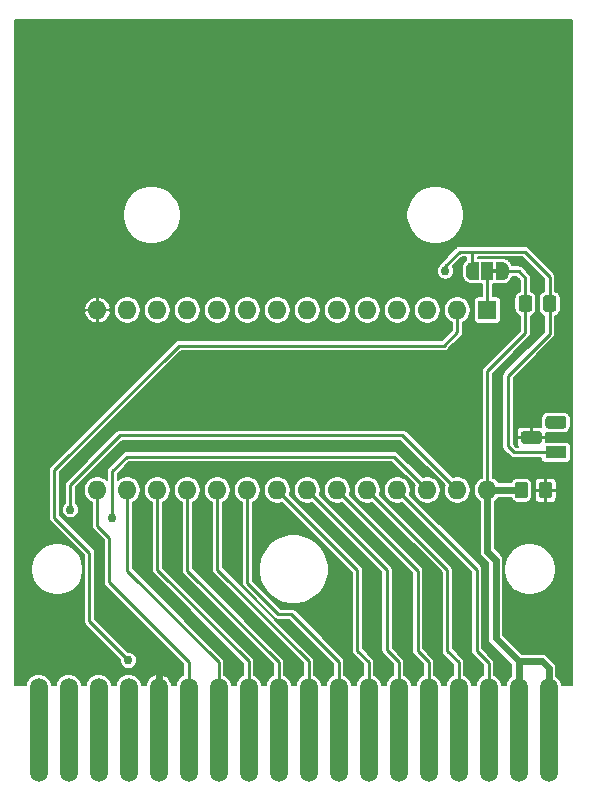
<source format=gtl>
G04 #@! TF.GenerationSoftware,KiCad,Pcbnew,(5.1.6-0)*
G04 #@! TF.CreationDate,2020-06-20T23:38:09-05:00*
G04 #@! TF.ProjectId,vectrex-cartridge,76656374-7265-4782-9d63-617274726964,v1.0*
G04 #@! TF.SameCoordinates,Original*
G04 #@! TF.FileFunction,Copper,L1,Top*
G04 #@! TF.FilePolarity,Positive*
%FSLAX46Y46*%
G04 Gerber Fmt 4.6, Leading zero omitted, Abs format (unit mm)*
G04 Created by KiCad (PCBNEW (5.1.6-0)) date 2020-06-20 23:38:09*
%MOMM*%
%LPD*%
G01*
G04 APERTURE LIST*
G04 #@! TA.AperFunction,EtchedComponent*
%ADD10C,0.100000*%
G04 #@! TD*
G04 #@! TA.AperFunction,SMDPad,CuDef*
%ADD11C,0.100000*%
G04 #@! TD*
G04 #@! TA.AperFunction,SMDPad,CuDef*
%ADD12R,1.000000X1.500000*%
G04 #@! TD*
G04 #@! TA.AperFunction,ComponentPad*
%ADD13R,1.800000X1.100000*%
G04 #@! TD*
G04 #@! TA.AperFunction,ComponentPad*
%ADD14O,1.600000X1.600000*%
G04 #@! TD*
G04 #@! TA.AperFunction,ComponentPad*
%ADD15R,1.600000X1.600000*%
G04 #@! TD*
G04 #@! TA.AperFunction,SMDPad,CuDef*
%ADD16O,1.520000X8.800000*%
G04 #@! TD*
G04 #@! TA.AperFunction,ViaPad*
%ADD17C,0.762000*%
G04 #@! TD*
G04 #@! TA.AperFunction,Conductor*
%ADD18C,0.609600*%
G04 #@! TD*
G04 #@! TA.AperFunction,Conductor*
%ADD19C,0.254000*%
G04 #@! TD*
G04 #@! TA.AperFunction,Conductor*
%ADD20C,0.200000*%
G04 #@! TD*
G04 APERTURE END LIST*
D10*
G36*
X159000000Y-92550000D02*
G01*
X158500000Y-92550000D01*
X158500000Y-92150000D01*
X159000000Y-92150000D01*
X159000000Y-92550000D01*
G37*
G04 #@! TA.AperFunction,SMDPad,CuDef*
D11*
G36*
X158850000Y-91600000D02*
G01*
X159400000Y-91600000D01*
X159400000Y-91600602D01*
X159424534Y-91600602D01*
X159473365Y-91605412D01*
X159521490Y-91614984D01*
X159568445Y-91629228D01*
X159613778Y-91648005D01*
X159657051Y-91671136D01*
X159697850Y-91698396D01*
X159735779Y-91729524D01*
X159770476Y-91764221D01*
X159801604Y-91802150D01*
X159828864Y-91842949D01*
X159851995Y-91886222D01*
X159870772Y-91931555D01*
X159885016Y-91978510D01*
X159894588Y-92026635D01*
X159899398Y-92075466D01*
X159899398Y-92100000D01*
X159900000Y-92100000D01*
X159900000Y-92600000D01*
X159899398Y-92600000D01*
X159899398Y-92624534D01*
X159894588Y-92673365D01*
X159885016Y-92721490D01*
X159870772Y-92768445D01*
X159851995Y-92813778D01*
X159828864Y-92857051D01*
X159801604Y-92897850D01*
X159770476Y-92935779D01*
X159735779Y-92970476D01*
X159697850Y-93001604D01*
X159657051Y-93028864D01*
X159613778Y-93051995D01*
X159568445Y-93070772D01*
X159521490Y-93085016D01*
X159473365Y-93094588D01*
X159424534Y-93099398D01*
X159400000Y-93099398D01*
X159400000Y-93100000D01*
X158850000Y-93100000D01*
X158850000Y-91600000D01*
G37*
G04 #@! TD.AperFunction*
D12*
X158100000Y-92350000D03*
G04 #@! TA.AperFunction,SMDPad,CuDef*
D11*
G36*
X156800000Y-93099398D02*
G01*
X156775466Y-93099398D01*
X156726635Y-93094588D01*
X156678510Y-93085016D01*
X156631555Y-93070772D01*
X156586222Y-93051995D01*
X156542949Y-93028864D01*
X156502150Y-93001604D01*
X156464221Y-92970476D01*
X156429524Y-92935779D01*
X156398396Y-92897850D01*
X156371136Y-92857051D01*
X156348005Y-92813778D01*
X156329228Y-92768445D01*
X156314984Y-92721490D01*
X156305412Y-92673365D01*
X156300602Y-92624534D01*
X156300602Y-92600000D01*
X156300000Y-92600000D01*
X156300000Y-92100000D01*
X156300602Y-92100000D01*
X156300602Y-92075466D01*
X156305412Y-92026635D01*
X156314984Y-91978510D01*
X156329228Y-91931555D01*
X156348005Y-91886222D01*
X156371136Y-91842949D01*
X156398396Y-91802150D01*
X156429524Y-91764221D01*
X156464221Y-91729524D01*
X156502150Y-91698396D01*
X156542949Y-91671136D01*
X156586222Y-91648005D01*
X156631555Y-91629228D01*
X156678510Y-91614984D01*
X156726635Y-91605412D01*
X156775466Y-91600602D01*
X156800000Y-91600602D01*
X156800000Y-91600000D01*
X157350000Y-91600000D01*
X157350000Y-93100000D01*
X156800000Y-93100000D01*
X156800000Y-93099398D01*
G37*
G04 #@! TD.AperFunction*
D13*
X163900000Y-107700000D03*
G04 #@! TA.AperFunction,ComponentPad*
G36*
G01*
X164525000Y-105710000D02*
X163275000Y-105710000D01*
G75*
G02*
X163000000Y-105435000I0J275000D01*
G01*
X163000000Y-104885000D01*
G75*
G02*
X163275000Y-104610000I275000J0D01*
G01*
X164525000Y-104610000D01*
G75*
G02*
X164800000Y-104885000I0J-275000D01*
G01*
X164800000Y-105435000D01*
G75*
G02*
X164525000Y-105710000I-275000J0D01*
G01*
G37*
G04 #@! TD.AperFunction*
G04 #@! TA.AperFunction,ComponentPad*
G36*
G01*
X162455000Y-106980000D02*
X161205000Y-106980000D01*
G75*
G02*
X160930000Y-106705000I0J275000D01*
G01*
X160930000Y-106155000D01*
G75*
G02*
X161205000Y-105880000I275000J0D01*
G01*
X162455000Y-105880000D01*
G75*
G02*
X162730000Y-106155000I0J-275000D01*
G01*
X162730000Y-106705000D01*
G75*
G02*
X162455000Y-106980000I-275000J0D01*
G01*
G37*
G04 #@! TD.AperFunction*
D14*
X158100000Y-110890000D03*
X125080000Y-95650000D03*
X155560000Y-110890000D03*
X127620000Y-95650000D03*
X153020000Y-110890000D03*
X130160000Y-95650000D03*
X150480000Y-110890000D03*
X132700000Y-95650000D03*
X147940000Y-110890000D03*
X135240000Y-95650000D03*
X145400000Y-110890000D03*
X137780000Y-95650000D03*
X142860000Y-110890000D03*
X140320000Y-95650000D03*
X140320000Y-110890000D03*
X142860000Y-95650000D03*
X137780000Y-110890000D03*
X145400000Y-95650000D03*
X135240000Y-110890000D03*
X147940000Y-95650000D03*
X132700000Y-110890000D03*
X150480000Y-95650000D03*
X130160000Y-110890000D03*
X153020000Y-95650000D03*
X127620000Y-110890000D03*
X155560000Y-95650000D03*
X125080000Y-110890000D03*
D15*
X158100000Y-95650000D03*
G04 #@! TA.AperFunction,SMDPad,CuDef*
G36*
G01*
X162800000Y-95550001D02*
X162800000Y-94649999D01*
G75*
G02*
X163049999Y-94400000I249999J0D01*
G01*
X163700001Y-94400000D01*
G75*
G02*
X163950000Y-94649999I0J-249999D01*
G01*
X163950000Y-95550001D01*
G75*
G02*
X163700001Y-95800000I-249999J0D01*
G01*
X163049999Y-95800000D01*
G75*
G02*
X162800000Y-95550001I0J249999D01*
G01*
G37*
G04 #@! TD.AperFunction*
G04 #@! TA.AperFunction,SMDPad,CuDef*
G36*
G01*
X160750000Y-95550001D02*
X160750000Y-94649999D01*
G75*
G02*
X160999999Y-94400000I249999J0D01*
G01*
X161650001Y-94400000D01*
G75*
G02*
X161900000Y-94649999I0J-249999D01*
G01*
X161900000Y-95550001D01*
G75*
G02*
X161650001Y-95800000I-249999J0D01*
G01*
X160999999Y-95800000D01*
G75*
G02*
X160750000Y-95550001I0J249999D01*
G01*
G37*
G04 #@! TD.AperFunction*
G04 #@! TA.AperFunction,SMDPad,CuDef*
G36*
G01*
X160400000Y-111350001D02*
X160400000Y-110449999D01*
G75*
G02*
X160649999Y-110200000I249999J0D01*
G01*
X161300001Y-110200000D01*
G75*
G02*
X161550000Y-110449999I0J-249999D01*
G01*
X161550000Y-111350001D01*
G75*
G02*
X161300001Y-111600000I-249999J0D01*
G01*
X160649999Y-111600000D01*
G75*
G02*
X160400000Y-111350001I0J249999D01*
G01*
G37*
G04 #@! TD.AperFunction*
G04 #@! TA.AperFunction,SMDPad,CuDef*
G36*
G01*
X162450000Y-111350001D02*
X162450000Y-110449999D01*
G75*
G02*
X162699999Y-110200000I249999J0D01*
G01*
X163350001Y-110200000D01*
G75*
G02*
X163600000Y-110449999I0J-249999D01*
G01*
X163600000Y-111350001D01*
G75*
G02*
X163350001Y-111600000I-249999J0D01*
G01*
X162699999Y-111600000D01*
G75*
G02*
X162450000Y-111350001I0J249999D01*
G01*
G37*
G04 #@! TD.AperFunction*
D16*
X120110000Y-131200000D03*
X122650000Y-131200000D03*
X125190000Y-131200000D03*
X127730000Y-131200000D03*
X130270000Y-131200000D03*
X132810000Y-131200000D03*
X135350000Y-131200000D03*
X137890000Y-131200000D03*
X140430000Y-131200000D03*
X142970000Y-131200000D03*
X145510000Y-131200000D03*
X148050000Y-131200000D03*
X150590000Y-131200000D03*
X153130000Y-131200000D03*
X155670000Y-131200000D03*
X158210000Y-131200000D03*
X160750000Y-131200000D03*
X163290000Y-131200000D03*
D17*
X130270000Y-125270000D03*
X154550000Y-92350000D03*
X127700000Y-125300002D03*
X126350000Y-113250008D03*
X122800006Y-112549998D03*
D18*
X130270000Y-131200000D02*
X130270000Y-125270000D01*
X130270000Y-125270000D02*
X130270000Y-124330000D01*
D19*
X149600000Y-117640000D02*
X142860000Y-110900000D01*
X149600000Y-124450000D02*
X149600000Y-117640000D01*
X150590000Y-125440000D02*
X149600000Y-124450000D01*
X150590000Y-131200000D02*
X150590000Y-125440000D01*
X140400000Y-121400000D02*
X137780000Y-118780000D01*
X141500000Y-121400000D02*
X140400000Y-121400000D01*
X145510000Y-125410000D02*
X141500000Y-121400000D01*
X145510000Y-131200000D02*
X145510000Y-125410000D01*
X137780000Y-118780000D02*
X137780000Y-110900000D01*
X154550000Y-91900000D02*
X155750000Y-90700000D01*
X155750000Y-90700000D02*
X156800000Y-90700000D01*
X154550000Y-92350000D02*
X154550000Y-91900000D01*
X163375000Y-97675000D02*
X159850000Y-101200000D01*
X159850000Y-107200000D02*
X160350000Y-107700000D01*
X159850000Y-101200000D02*
X159850000Y-107200000D01*
X163375000Y-95100000D02*
X163375000Y-97675000D01*
X162100000Y-107700000D02*
X163500000Y-107700000D01*
X160350000Y-107700000D02*
X162100000Y-107700000D01*
X162100000Y-107700000D02*
X163200000Y-107700000D01*
X161250000Y-90700000D02*
X158300000Y-90700000D01*
X158300000Y-90700000D02*
X156800000Y-90700000D01*
X163375000Y-92825000D02*
X161250000Y-90700000D01*
X163375000Y-95100000D02*
X163375000Y-92825000D01*
X156800000Y-92350000D02*
X156800000Y-90700000D01*
X142970000Y-125370000D02*
X142970000Y-131200000D01*
X135240000Y-117640000D02*
X142970000Y-125370000D01*
X135240000Y-110900000D02*
X135240000Y-117640000D01*
X140430000Y-125430000D02*
X140430000Y-131200000D01*
X132700000Y-117700000D02*
X140430000Y-125430000D01*
X132700000Y-117700000D02*
X132700000Y-110900000D01*
X137890000Y-125390000D02*
X137890000Y-131200000D01*
X130160000Y-117660000D02*
X137890000Y-125390000D01*
X130160000Y-110900000D02*
X130160000Y-117660000D01*
X135350000Y-125450000D02*
X135350000Y-131200000D01*
X127620000Y-117720000D02*
X135350000Y-125450000D01*
X127620000Y-117720000D02*
X127620000Y-110900000D01*
X125080000Y-113930000D02*
X125080000Y-110900000D01*
X126100000Y-114950000D02*
X125080000Y-113930000D01*
X126100000Y-118700000D02*
X126100000Y-114950000D01*
X132810000Y-125410000D02*
X126100000Y-118700000D01*
X132810000Y-131200000D02*
X132810000Y-125410000D01*
X157200000Y-117620000D02*
X150480000Y-110900000D01*
X157200000Y-124500000D02*
X157200000Y-117620000D01*
X158210000Y-125510000D02*
X157200000Y-124500000D01*
X158210000Y-131200000D02*
X158210000Y-125510000D01*
X154700000Y-117660000D02*
X147940000Y-110900000D01*
X154700000Y-124500000D02*
X154700000Y-117660000D01*
X155670000Y-125470000D02*
X154700000Y-124500000D01*
X155670000Y-131200000D02*
X155670000Y-125470000D01*
X152200000Y-124500000D02*
X153130000Y-125430000D01*
X152200000Y-117700000D02*
X152200000Y-124500000D01*
X153130000Y-125430000D02*
X153130000Y-131200000D01*
X152200000Y-117700000D02*
X145400000Y-110900000D01*
X147100000Y-117680000D02*
X140320000Y-110900000D01*
X147100000Y-124500000D02*
X147100000Y-117680000D01*
X148050000Y-125450000D02*
X147100000Y-124500000D01*
X148050000Y-131200000D02*
X148050000Y-125450000D01*
X124400000Y-122000002D02*
X127700000Y-125300002D01*
X121450000Y-113226804D02*
X124400000Y-116176804D01*
X155560000Y-97540000D02*
X154450000Y-98650000D01*
X121450000Y-109200000D02*
X121450000Y-113226804D01*
X132000000Y-98650000D02*
X121450000Y-109200000D01*
X154450000Y-98650000D02*
X132000000Y-98650000D01*
X124400000Y-116176804D02*
X124400000Y-122000002D01*
X155560000Y-95660000D02*
X155560000Y-97540000D01*
X153020000Y-110900000D02*
X150170000Y-108050000D01*
X150170000Y-108050000D02*
X127600000Y-108050000D01*
X127600000Y-108050000D02*
X126350000Y-109300000D01*
X126350000Y-109300000D02*
X126350000Y-113250008D01*
X127000000Y-106250000D02*
X122800006Y-110449994D01*
X122800006Y-110449994D02*
X122800006Y-112549998D01*
X155560000Y-110900000D02*
X150910000Y-106250000D01*
X150910000Y-106250000D02*
X127000000Y-106250000D01*
D18*
X160750000Y-125398000D02*
X160750000Y-131200000D01*
X163290000Y-131200000D02*
X163290000Y-125990000D01*
X162698000Y-125398000D02*
X160750000Y-125398000D01*
X163290000Y-125990000D02*
X162698000Y-125398000D01*
D19*
X158110000Y-110900000D02*
X158100000Y-110890000D01*
D18*
X160975000Y-110900000D02*
X158110000Y-110900000D01*
X158800000Y-123448000D02*
X160750000Y-125398000D01*
X158800000Y-116800000D02*
X158800000Y-123448000D01*
X158100000Y-116100000D02*
X158800000Y-116800000D01*
X158100000Y-110890000D02*
X158100000Y-116100000D01*
D19*
X161325000Y-92925000D02*
X161325000Y-95100000D01*
X158100000Y-100825000D02*
X158100000Y-110890000D01*
X161325000Y-95100000D02*
X161325000Y-97600000D01*
X161325000Y-97600000D02*
X158100000Y-100825000D01*
X160750000Y-92350000D02*
X161325000Y-92925000D01*
X159400000Y-92350000D02*
X160750000Y-92350000D01*
X158100000Y-92350000D02*
X158100000Y-95650000D01*
D20*
G36*
X165271000Y-127400000D02*
G01*
X164393631Y-127400000D01*
X164387881Y-127341618D01*
X164324182Y-127131628D01*
X164220739Y-126938100D01*
X164081528Y-126768472D01*
X163948800Y-126659544D01*
X163948800Y-126022339D01*
X163951985Y-125989999D01*
X163948800Y-125957659D01*
X163948800Y-125957642D01*
X163939267Y-125860853D01*
X163901596Y-125736669D01*
X163840422Y-125622220D01*
X163818051Y-125594961D01*
X163778722Y-125547038D01*
X163778718Y-125547034D01*
X163758095Y-125521905D01*
X163732966Y-125501282D01*
X163186721Y-124955038D01*
X163166095Y-124929905D01*
X163065780Y-124847578D01*
X162951331Y-124786404D01*
X162827147Y-124748733D01*
X162730358Y-124739200D01*
X162730348Y-124739200D01*
X162698000Y-124736014D01*
X162665652Y-124739200D01*
X161022884Y-124739200D01*
X159458800Y-123175117D01*
X159458800Y-117382925D01*
X159496000Y-117382925D01*
X159496000Y-117817075D01*
X159580699Y-118242883D01*
X159746841Y-118643985D01*
X159988042Y-119004968D01*
X160295032Y-119311958D01*
X160656015Y-119553159D01*
X161057117Y-119719301D01*
X161482925Y-119804000D01*
X161917075Y-119804000D01*
X162342883Y-119719301D01*
X162743985Y-119553159D01*
X163104968Y-119311958D01*
X163411958Y-119004968D01*
X163653159Y-118643985D01*
X163819301Y-118242883D01*
X163904000Y-117817075D01*
X163904000Y-117382925D01*
X163819301Y-116957117D01*
X163653159Y-116556015D01*
X163411958Y-116195032D01*
X163104968Y-115888042D01*
X162743985Y-115646841D01*
X162342883Y-115480699D01*
X161917075Y-115396000D01*
X161482925Y-115396000D01*
X161057117Y-115480699D01*
X160656015Y-115646841D01*
X160295032Y-115888042D01*
X159988042Y-116195032D01*
X159746841Y-116556015D01*
X159580699Y-116957117D01*
X159496000Y-117382925D01*
X159458800Y-117382925D01*
X159458800Y-116832339D01*
X159461985Y-116799999D01*
X159458800Y-116767659D01*
X159458800Y-116767642D01*
X159449267Y-116670853D01*
X159411596Y-116546669D01*
X159350422Y-116432220D01*
X159292601Y-116361765D01*
X159288722Y-116357038D01*
X159288718Y-116357034D01*
X159268095Y-116331905D01*
X159242967Y-116311283D01*
X158758800Y-115827117D01*
X158758800Y-111837708D01*
X158835632Y-111786371D01*
X158996371Y-111625632D01*
X159041027Y-111558800D01*
X160083419Y-111558800D01*
X160090395Y-111581797D01*
X160146369Y-111686516D01*
X160221697Y-111778303D01*
X160313484Y-111853631D01*
X160418203Y-111909605D01*
X160531831Y-111944073D01*
X160649999Y-111955712D01*
X161300001Y-111955712D01*
X161418169Y-111944073D01*
X161531797Y-111909605D01*
X161636516Y-111853631D01*
X161728303Y-111778303D01*
X161803631Y-111686516D01*
X161849875Y-111600000D01*
X162094287Y-111600000D01*
X162101122Y-111669396D01*
X162121364Y-111736125D01*
X162154235Y-111797624D01*
X162198473Y-111851527D01*
X162252376Y-111895765D01*
X162313875Y-111928636D01*
X162380604Y-111948878D01*
X162450000Y-111955713D01*
X162909500Y-111954000D01*
X162998000Y-111865500D01*
X162998000Y-110927000D01*
X163052000Y-110927000D01*
X163052000Y-111865500D01*
X163140500Y-111954000D01*
X163600000Y-111955713D01*
X163669396Y-111948878D01*
X163736125Y-111928636D01*
X163797624Y-111895765D01*
X163851527Y-111851527D01*
X163895765Y-111797624D01*
X163928636Y-111736125D01*
X163948878Y-111669396D01*
X163955713Y-111600000D01*
X163954000Y-111015500D01*
X163865500Y-110927000D01*
X163052000Y-110927000D01*
X162998000Y-110927000D01*
X162184500Y-110927000D01*
X162096000Y-111015500D01*
X162094287Y-111600000D01*
X161849875Y-111600000D01*
X161859605Y-111581797D01*
X161894073Y-111468169D01*
X161905712Y-111350001D01*
X161905712Y-110449999D01*
X161894073Y-110331831D01*
X161859605Y-110218203D01*
X161849876Y-110200000D01*
X162094287Y-110200000D01*
X162096000Y-110784500D01*
X162184500Y-110873000D01*
X162998000Y-110873000D01*
X162998000Y-109934500D01*
X163052000Y-109934500D01*
X163052000Y-110873000D01*
X163865500Y-110873000D01*
X163954000Y-110784500D01*
X163955713Y-110200000D01*
X163948878Y-110130604D01*
X163928636Y-110063875D01*
X163895765Y-110002376D01*
X163851527Y-109948473D01*
X163797624Y-109904235D01*
X163736125Y-109871364D01*
X163669396Y-109851122D01*
X163600000Y-109844287D01*
X163140500Y-109846000D01*
X163052000Y-109934500D01*
X162998000Y-109934500D01*
X162909500Y-109846000D01*
X162450000Y-109844287D01*
X162380604Y-109851122D01*
X162313875Y-109871364D01*
X162252376Y-109904235D01*
X162198473Y-109948473D01*
X162154235Y-110002376D01*
X162121364Y-110063875D01*
X162101122Y-110130604D01*
X162094287Y-110200000D01*
X161849876Y-110200000D01*
X161803631Y-110113484D01*
X161728303Y-110021697D01*
X161636516Y-109946369D01*
X161531797Y-109890395D01*
X161418169Y-109855927D01*
X161300001Y-109844288D01*
X160649999Y-109844288D01*
X160531831Y-109855927D01*
X160418203Y-109890395D01*
X160313484Y-109946369D01*
X160221697Y-110021697D01*
X160146369Y-110113484D01*
X160090395Y-110218203D01*
X160083419Y-110241200D01*
X159054390Y-110241200D01*
X158996371Y-110154368D01*
X158835632Y-109993629D01*
X158646624Y-109867338D01*
X158581000Y-109840156D01*
X158581000Y-101024236D01*
X161648412Y-97956825D01*
X161666764Y-97941764D01*
X161726872Y-97868522D01*
X161771536Y-97784961D01*
X161790696Y-97721797D01*
X161799040Y-97694293D01*
X161808327Y-97600000D01*
X161806000Y-97576374D01*
X161806000Y-96132597D01*
X161881797Y-96109605D01*
X161986516Y-96053631D01*
X162078303Y-95978303D01*
X162153631Y-95886516D01*
X162209605Y-95781797D01*
X162244073Y-95668169D01*
X162255712Y-95550001D01*
X162255712Y-94649999D01*
X162244073Y-94531831D01*
X162209605Y-94418203D01*
X162153631Y-94313484D01*
X162078303Y-94221697D01*
X161986516Y-94146369D01*
X161881797Y-94090395D01*
X161806000Y-94067403D01*
X161806000Y-92948626D01*
X161808327Y-92925000D01*
X161799040Y-92830707D01*
X161775125Y-92751872D01*
X161771536Y-92740039D01*
X161726872Y-92656478D01*
X161666764Y-92583236D01*
X161648411Y-92568174D01*
X161106830Y-92026594D01*
X161091764Y-92008236D01*
X161018522Y-91948128D01*
X160934961Y-91903464D01*
X160844292Y-91875960D01*
X160773626Y-91869000D01*
X160750000Y-91866673D01*
X160726374Y-91869000D01*
X160222354Y-91869000D01*
X160207107Y-91818734D01*
X160169598Y-91728178D01*
X160136725Y-91666678D01*
X160082269Y-91585179D01*
X160038032Y-91531276D01*
X159968724Y-91461968D01*
X159914821Y-91417731D01*
X159833322Y-91363275D01*
X159771822Y-91330402D01*
X159681266Y-91292893D01*
X159614538Y-91272652D01*
X159518405Y-91253530D01*
X159449009Y-91246695D01*
X159424449Y-91246695D01*
X159400000Y-91244287D01*
X158850000Y-91244287D01*
X158780604Y-91251122D01*
X158724998Y-91267990D01*
X158669396Y-91251123D01*
X158600000Y-91244288D01*
X157600000Y-91244288D01*
X157530604Y-91251123D01*
X157475002Y-91267990D01*
X157419396Y-91251122D01*
X157350000Y-91244287D01*
X157281000Y-91244287D01*
X157281000Y-91181000D01*
X161050764Y-91181000D01*
X162894001Y-93024238D01*
X162894000Y-94067403D01*
X162818203Y-94090395D01*
X162713484Y-94146369D01*
X162621697Y-94221697D01*
X162546369Y-94313484D01*
X162490395Y-94418203D01*
X162455927Y-94531831D01*
X162444288Y-94649999D01*
X162444288Y-95550001D01*
X162455927Y-95668169D01*
X162490395Y-95781797D01*
X162546369Y-95886516D01*
X162621697Y-95978303D01*
X162713484Y-96053631D01*
X162818203Y-96109605D01*
X162894000Y-96132597D01*
X162894001Y-97475762D01*
X159526594Y-100843170D01*
X159508236Y-100858236D01*
X159448128Y-100931478D01*
X159403464Y-101015040D01*
X159384304Y-101078204D01*
X159375960Y-101105708D01*
X159366673Y-101200000D01*
X159369000Y-101223626D01*
X159369001Y-107176364D01*
X159366673Y-107200000D01*
X159375960Y-107294292D01*
X159395358Y-107358236D01*
X159403465Y-107384961D01*
X159448129Y-107468522D01*
X159508237Y-107541764D01*
X159526589Y-107556825D01*
X159993174Y-108023411D01*
X160008236Y-108041764D01*
X160081478Y-108101872D01*
X160165039Y-108146536D01*
X160228203Y-108165696D01*
X160255707Y-108174040D01*
X160350000Y-108183327D01*
X160373626Y-108181000D01*
X162644288Y-108181000D01*
X162644288Y-108250000D01*
X162651123Y-108319396D01*
X162671365Y-108386125D01*
X162704236Y-108447623D01*
X162748474Y-108501526D01*
X162802377Y-108545764D01*
X162863875Y-108578635D01*
X162930604Y-108598877D01*
X163000000Y-108605712D01*
X164800000Y-108605712D01*
X164869396Y-108598877D01*
X164936125Y-108578635D01*
X164997623Y-108545764D01*
X165051526Y-108501526D01*
X165095764Y-108447623D01*
X165128635Y-108386125D01*
X165148877Y-108319396D01*
X165155712Y-108250000D01*
X165155712Y-107150000D01*
X165148877Y-107080604D01*
X165128635Y-107013875D01*
X165095764Y-106952377D01*
X165051526Y-106898474D01*
X164997623Y-106854236D01*
X164936125Y-106821365D01*
X164869396Y-106801123D01*
X164800000Y-106794288D01*
X163084981Y-106794288D01*
X163084000Y-106545500D01*
X162995500Y-106457000D01*
X161857000Y-106457000D01*
X161857000Y-106477000D01*
X161803000Y-106477000D01*
X161803000Y-106457000D01*
X160664500Y-106457000D01*
X160576000Y-106545500D01*
X160574287Y-106980000D01*
X160581122Y-107049396D01*
X160601364Y-107116125D01*
X160634235Y-107177624D01*
X160668192Y-107219000D01*
X160549237Y-107219000D01*
X160331000Y-107000764D01*
X160331000Y-105880000D01*
X160574287Y-105880000D01*
X160576000Y-106314500D01*
X160664500Y-106403000D01*
X161803000Y-106403000D01*
X161803000Y-105614500D01*
X161857000Y-105614500D01*
X161857000Y-106403000D01*
X162995500Y-106403000D01*
X163084000Y-106314500D01*
X163085109Y-106033316D01*
X163151954Y-106053593D01*
X163275000Y-106065712D01*
X164525000Y-106065712D01*
X164648046Y-106053593D01*
X164766363Y-106017702D01*
X164875405Y-105959418D01*
X164970981Y-105880981D01*
X165049418Y-105785405D01*
X165107702Y-105676363D01*
X165143593Y-105558046D01*
X165155712Y-105435000D01*
X165155712Y-104885000D01*
X165143593Y-104761954D01*
X165107702Y-104643637D01*
X165049418Y-104534595D01*
X164970981Y-104439019D01*
X164875405Y-104360582D01*
X164766363Y-104302298D01*
X164648046Y-104266407D01*
X164525000Y-104254288D01*
X163275000Y-104254288D01*
X163151954Y-104266407D01*
X163033637Y-104302298D01*
X162924595Y-104360582D01*
X162829019Y-104439019D01*
X162750582Y-104534595D01*
X162692298Y-104643637D01*
X162656407Y-104761954D01*
X162644288Y-104885000D01*
X162644288Y-105435000D01*
X162653099Y-105524455D01*
X161945500Y-105526000D01*
X161857000Y-105614500D01*
X161803000Y-105614500D01*
X161714500Y-105526000D01*
X160930000Y-105524287D01*
X160860604Y-105531122D01*
X160793875Y-105551364D01*
X160732376Y-105584235D01*
X160678473Y-105628473D01*
X160634235Y-105682376D01*
X160601364Y-105743875D01*
X160581122Y-105810604D01*
X160574287Y-105880000D01*
X160331000Y-105880000D01*
X160331000Y-101399236D01*
X163698412Y-98031825D01*
X163716764Y-98016764D01*
X163776872Y-97943522D01*
X163821536Y-97859961D01*
X163849040Y-97769292D01*
X163856000Y-97698626D01*
X163858327Y-97675000D01*
X163856000Y-97651374D01*
X163856000Y-96132597D01*
X163931797Y-96109605D01*
X164036516Y-96053631D01*
X164128303Y-95978303D01*
X164203631Y-95886516D01*
X164259605Y-95781797D01*
X164294073Y-95668169D01*
X164305712Y-95550001D01*
X164305712Y-94649999D01*
X164294073Y-94531831D01*
X164259605Y-94418203D01*
X164203631Y-94313484D01*
X164128303Y-94221697D01*
X164036516Y-94146369D01*
X163931797Y-94090395D01*
X163856000Y-94067403D01*
X163856000Y-92848626D01*
X163858327Y-92825000D01*
X163849040Y-92730707D01*
X163839165Y-92698153D01*
X163821536Y-92640039D01*
X163776872Y-92556478D01*
X163716764Y-92483236D01*
X163698412Y-92468175D01*
X161606830Y-90376594D01*
X161591764Y-90358236D01*
X161518522Y-90298128D01*
X161434961Y-90253464D01*
X161344292Y-90225960D01*
X161273626Y-90219000D01*
X161250000Y-90216673D01*
X161226374Y-90219000D01*
X156823626Y-90219000D01*
X156800000Y-90216673D01*
X156776374Y-90219000D01*
X155773623Y-90219000D01*
X155749999Y-90216673D01*
X155726375Y-90219000D01*
X155726374Y-90219000D01*
X155655708Y-90225960D01*
X155565039Y-90253464D01*
X155481478Y-90298128D01*
X155408236Y-90358236D01*
X155393175Y-90376588D01*
X154226589Y-91543175D01*
X154208237Y-91558236D01*
X154193176Y-91576588D01*
X154148129Y-91631478D01*
X154103465Y-91715039D01*
X154084689Y-91776934D01*
X154081465Y-91779088D01*
X153979088Y-91881465D01*
X153898652Y-92001847D01*
X153843246Y-92135609D01*
X153815000Y-92277609D01*
X153815000Y-92422391D01*
X153843246Y-92564391D01*
X153898652Y-92698153D01*
X153979088Y-92818535D01*
X154081465Y-92920912D01*
X154201847Y-93001348D01*
X154335609Y-93056754D01*
X154477609Y-93085000D01*
X154622391Y-93085000D01*
X154764391Y-93056754D01*
X154898153Y-93001348D01*
X155018535Y-92920912D01*
X155120912Y-92818535D01*
X155201348Y-92698153D01*
X155256754Y-92564391D01*
X155285000Y-92422391D01*
X155285000Y-92277609D01*
X155256754Y-92135609D01*
X155201348Y-92001847D01*
X155172125Y-91958111D01*
X155949237Y-91181000D01*
X156319001Y-91181000D01*
X156319001Y-91395132D01*
X156285179Y-91417731D01*
X156231276Y-91461968D01*
X156161968Y-91531276D01*
X156117731Y-91585179D01*
X156063275Y-91666678D01*
X156030402Y-91728178D01*
X155992893Y-91818734D01*
X155972652Y-91885462D01*
X155953530Y-91981595D01*
X155946695Y-92050991D01*
X155946695Y-92075551D01*
X155944287Y-92100000D01*
X155944287Y-92600000D01*
X155946695Y-92624449D01*
X155946695Y-92649009D01*
X155953530Y-92718405D01*
X155972652Y-92814538D01*
X155992893Y-92881266D01*
X156030402Y-92971822D01*
X156063275Y-93033322D01*
X156117731Y-93114821D01*
X156161968Y-93168724D01*
X156231276Y-93238032D01*
X156285179Y-93282269D01*
X156366678Y-93336725D01*
X156428178Y-93369598D01*
X156518734Y-93407107D01*
X156585462Y-93427348D01*
X156681595Y-93446470D01*
X156750991Y-93453305D01*
X156775551Y-93453305D01*
X156800000Y-93455713D01*
X157350000Y-93455713D01*
X157419396Y-93448878D01*
X157475002Y-93432010D01*
X157530604Y-93448877D01*
X157600000Y-93455712D01*
X157619000Y-93455712D01*
X157619001Y-94494288D01*
X157300000Y-94494288D01*
X157230604Y-94501123D01*
X157163875Y-94521365D01*
X157102377Y-94554236D01*
X157048474Y-94598474D01*
X157004236Y-94652377D01*
X156971365Y-94713875D01*
X156951123Y-94780604D01*
X156944288Y-94850000D01*
X156944288Y-96450000D01*
X156951123Y-96519396D01*
X156971365Y-96586125D01*
X157004236Y-96647623D01*
X157048474Y-96701526D01*
X157102377Y-96745764D01*
X157163875Y-96778635D01*
X157230604Y-96798877D01*
X157300000Y-96805712D01*
X158900000Y-96805712D01*
X158969396Y-96798877D01*
X159036125Y-96778635D01*
X159097623Y-96745764D01*
X159151526Y-96701526D01*
X159195764Y-96647623D01*
X159228635Y-96586125D01*
X159248877Y-96519396D01*
X159255712Y-96450000D01*
X159255712Y-94850000D01*
X159248877Y-94780604D01*
X159228635Y-94713875D01*
X159195764Y-94652377D01*
X159151526Y-94598474D01*
X159097623Y-94554236D01*
X159036125Y-94521365D01*
X158969396Y-94501123D01*
X158900000Y-94494288D01*
X158581000Y-94494288D01*
X158581000Y-93455712D01*
X158600000Y-93455712D01*
X158669396Y-93448877D01*
X158724998Y-93432010D01*
X158780604Y-93448878D01*
X158850000Y-93455713D01*
X159400000Y-93455713D01*
X159424449Y-93453305D01*
X159449009Y-93453305D01*
X159518405Y-93446470D01*
X159614538Y-93427348D01*
X159681266Y-93407107D01*
X159771822Y-93369598D01*
X159833322Y-93336725D01*
X159914821Y-93282269D01*
X159968724Y-93238032D01*
X160038032Y-93168724D01*
X160082269Y-93114821D01*
X160136725Y-93033322D01*
X160169598Y-92971822D01*
X160207107Y-92881266D01*
X160222354Y-92831000D01*
X160550764Y-92831000D01*
X160844000Y-93124237D01*
X160844001Y-94067403D01*
X160768203Y-94090395D01*
X160663484Y-94146369D01*
X160571697Y-94221697D01*
X160496369Y-94313484D01*
X160440395Y-94418203D01*
X160405927Y-94531831D01*
X160394288Y-94649999D01*
X160394288Y-95550001D01*
X160405927Y-95668169D01*
X160440395Y-95781797D01*
X160496369Y-95886516D01*
X160571697Y-95978303D01*
X160663484Y-96053631D01*
X160768203Y-96109605D01*
X160844000Y-96132597D01*
X160844001Y-97400762D01*
X157776594Y-100468170D01*
X157758236Y-100483236D01*
X157698128Y-100556478D01*
X157653464Y-100640040D01*
X157634304Y-100703204D01*
X157625960Y-100730708D01*
X157616673Y-100825000D01*
X157619000Y-100848626D01*
X157619001Y-109840155D01*
X157553376Y-109867338D01*
X157364368Y-109993629D01*
X157203629Y-110154368D01*
X157077338Y-110343376D01*
X156990347Y-110553391D01*
X156946000Y-110776341D01*
X156946000Y-111003659D01*
X156990347Y-111226609D01*
X157077338Y-111436624D01*
X157203629Y-111625632D01*
X157364368Y-111786371D01*
X157441200Y-111837709D01*
X157441201Y-116067642D01*
X157438014Y-116100000D01*
X157450734Y-116229147D01*
X157488405Y-116353331D01*
X157549579Y-116467780D01*
X157611278Y-116542961D01*
X157611283Y-116542966D01*
X157631906Y-116568095D01*
X157657035Y-116588718D01*
X158141200Y-117072884D01*
X158141201Y-123415642D01*
X158138014Y-123448000D01*
X158150734Y-123577147D01*
X158188405Y-123701331D01*
X158249579Y-123815780D01*
X158311278Y-123890961D01*
X158311283Y-123890966D01*
X158331906Y-123916095D01*
X158357035Y-123936718D01*
X160091200Y-125670884D01*
X160091200Y-126659545D01*
X159958473Y-126768472D01*
X159819262Y-126938100D01*
X159715819Y-127131628D01*
X159652120Y-127341618D01*
X159646370Y-127400000D01*
X159313631Y-127400000D01*
X159307881Y-127341618D01*
X159244182Y-127131628D01*
X159140739Y-126938100D01*
X159001528Y-126768472D01*
X158831900Y-126629261D01*
X158691000Y-126553948D01*
X158691000Y-125533626D01*
X158693327Y-125510000D01*
X158684040Y-125415707D01*
X158656536Y-125325038D01*
X158626504Y-125268853D01*
X158611872Y-125241478D01*
X158551764Y-125168236D01*
X158533411Y-125153175D01*
X157681000Y-124300764D01*
X157681000Y-117643626D01*
X157683327Y-117619999D01*
X157674040Y-117525707D01*
X157658670Y-117475039D01*
X157646536Y-117435039D01*
X157601872Y-117351478D01*
X157541764Y-117278236D01*
X157523412Y-117263175D01*
X151559541Y-111299305D01*
X151589653Y-111226609D01*
X151634000Y-111003659D01*
X151634000Y-110776341D01*
X151589653Y-110553391D01*
X151502662Y-110343376D01*
X151376371Y-110154368D01*
X151215632Y-109993629D01*
X151026624Y-109867338D01*
X150816609Y-109780347D01*
X150593659Y-109736000D01*
X150366341Y-109736000D01*
X150143391Y-109780347D01*
X149933376Y-109867338D01*
X149744368Y-109993629D01*
X149583629Y-110154368D01*
X149457338Y-110343376D01*
X149370347Y-110553391D01*
X149326000Y-110776341D01*
X149326000Y-111003659D01*
X149370347Y-111226609D01*
X149457338Y-111436624D01*
X149583629Y-111625632D01*
X149744368Y-111786371D01*
X149933376Y-111912662D01*
X150143391Y-111999653D01*
X150366341Y-112044000D01*
X150593659Y-112044000D01*
X150816609Y-111999653D01*
X150875163Y-111975399D01*
X156719001Y-117819238D01*
X156719000Y-124476374D01*
X156716673Y-124500000D01*
X156723075Y-124565002D01*
X156725960Y-124594291D01*
X156753464Y-124684960D01*
X156798128Y-124768522D01*
X156858236Y-124841764D01*
X156876594Y-124856830D01*
X157729001Y-125709238D01*
X157729001Y-126553948D01*
X157588101Y-126629261D01*
X157418473Y-126768472D01*
X157279262Y-126938100D01*
X157175819Y-127131628D01*
X157112120Y-127341618D01*
X157106370Y-127400000D01*
X156773631Y-127400000D01*
X156767881Y-127341618D01*
X156704182Y-127131628D01*
X156600739Y-126938100D01*
X156461528Y-126768472D01*
X156291900Y-126629261D01*
X156151000Y-126553948D01*
X156151000Y-125493626D01*
X156153327Y-125469999D01*
X156144040Y-125375707D01*
X156134939Y-125345707D01*
X156116536Y-125285039D01*
X156071872Y-125201478D01*
X156011764Y-125128236D01*
X155993411Y-125113175D01*
X155181000Y-124300764D01*
X155181000Y-117683626D01*
X155183327Y-117660000D01*
X155174040Y-117565707D01*
X155146536Y-117475038D01*
X155122662Y-117430374D01*
X155101872Y-117391478D01*
X155041764Y-117318236D01*
X155023412Y-117303175D01*
X149019541Y-111299305D01*
X149049653Y-111226609D01*
X149094000Y-111003659D01*
X149094000Y-110776341D01*
X149049653Y-110553391D01*
X148962662Y-110343376D01*
X148836371Y-110154368D01*
X148675632Y-109993629D01*
X148486624Y-109867338D01*
X148276609Y-109780347D01*
X148053659Y-109736000D01*
X147826341Y-109736000D01*
X147603391Y-109780347D01*
X147393376Y-109867338D01*
X147204368Y-109993629D01*
X147043629Y-110154368D01*
X146917338Y-110343376D01*
X146830347Y-110553391D01*
X146786000Y-110776341D01*
X146786000Y-111003659D01*
X146830347Y-111226609D01*
X146917338Y-111436624D01*
X147043629Y-111625632D01*
X147204368Y-111786371D01*
X147393376Y-111912662D01*
X147603391Y-111999653D01*
X147826341Y-112044000D01*
X148053659Y-112044000D01*
X148276609Y-111999653D01*
X148335163Y-111975399D01*
X154219001Y-117859238D01*
X154219000Y-124476374D01*
X154216673Y-124500000D01*
X154223075Y-124565002D01*
X154225960Y-124594291D01*
X154253464Y-124684960D01*
X154298128Y-124768522D01*
X154358236Y-124841764D01*
X154376594Y-124856830D01*
X155189001Y-125669238D01*
X155189001Y-126553948D01*
X155048101Y-126629261D01*
X154878473Y-126768472D01*
X154739262Y-126938100D01*
X154635819Y-127131628D01*
X154572120Y-127341618D01*
X154566370Y-127400000D01*
X154233631Y-127400000D01*
X154227881Y-127341618D01*
X154164182Y-127131628D01*
X154060739Y-126938100D01*
X153921528Y-126768472D01*
X153751900Y-126629261D01*
X153611000Y-126553948D01*
X153611000Y-125453626D01*
X153613327Y-125430000D01*
X153604040Y-125335707D01*
X153576536Y-125245038D01*
X153544466Y-125185040D01*
X153531872Y-125161478D01*
X153471764Y-125088236D01*
X153453406Y-125073170D01*
X152681000Y-124300764D01*
X152681000Y-117723623D01*
X152683327Y-117699999D01*
X152677060Y-117636374D01*
X152674040Y-117605708D01*
X152646536Y-117515039D01*
X152601872Y-117431478D01*
X152541764Y-117358236D01*
X152523412Y-117343175D01*
X146479541Y-111299305D01*
X146509653Y-111226609D01*
X146554000Y-111003659D01*
X146554000Y-110776341D01*
X146509653Y-110553391D01*
X146422662Y-110343376D01*
X146296371Y-110154368D01*
X146135632Y-109993629D01*
X145946624Y-109867338D01*
X145736609Y-109780347D01*
X145513659Y-109736000D01*
X145286341Y-109736000D01*
X145063391Y-109780347D01*
X144853376Y-109867338D01*
X144664368Y-109993629D01*
X144503629Y-110154368D01*
X144377338Y-110343376D01*
X144290347Y-110553391D01*
X144246000Y-110776341D01*
X144246000Y-111003659D01*
X144290347Y-111226609D01*
X144377338Y-111436624D01*
X144503629Y-111625632D01*
X144664368Y-111786371D01*
X144853376Y-111912662D01*
X145063391Y-111999653D01*
X145286341Y-112044000D01*
X145513659Y-112044000D01*
X145736609Y-111999653D01*
X145795163Y-111975399D01*
X151719000Y-117899237D01*
X151719001Y-124476364D01*
X151716673Y-124500000D01*
X151725960Y-124594292D01*
X151742451Y-124648654D01*
X151753465Y-124684961D01*
X151798129Y-124768522D01*
X151858237Y-124841764D01*
X151876589Y-124856825D01*
X152649000Y-125629236D01*
X152649000Y-126553949D01*
X152508101Y-126629261D01*
X152338473Y-126768472D01*
X152199262Y-126938100D01*
X152095819Y-127131628D01*
X152032120Y-127341618D01*
X152026370Y-127400000D01*
X151693631Y-127400000D01*
X151687881Y-127341618D01*
X151624182Y-127131628D01*
X151520739Y-126938100D01*
X151381528Y-126768472D01*
X151211900Y-126629261D01*
X151071000Y-126553948D01*
X151071000Y-125463615D01*
X151073326Y-125439999D01*
X151071000Y-125416383D01*
X151071000Y-125416374D01*
X151064040Y-125345708D01*
X151036536Y-125255039D01*
X150991872Y-125171478D01*
X150931764Y-125098236D01*
X150913411Y-125083175D01*
X150081000Y-124250764D01*
X150081000Y-117663615D01*
X150083326Y-117639999D01*
X150081000Y-117616383D01*
X150081000Y-117616374D01*
X150074040Y-117545708D01*
X150046536Y-117455039D01*
X150001872Y-117371478D01*
X149941764Y-117298236D01*
X149923412Y-117283175D01*
X143939541Y-111299305D01*
X143969653Y-111226609D01*
X144014000Y-111003659D01*
X144014000Y-110776341D01*
X143969653Y-110553391D01*
X143882662Y-110343376D01*
X143756371Y-110154368D01*
X143595632Y-109993629D01*
X143406624Y-109867338D01*
X143196609Y-109780347D01*
X142973659Y-109736000D01*
X142746341Y-109736000D01*
X142523391Y-109780347D01*
X142313376Y-109867338D01*
X142124368Y-109993629D01*
X141963629Y-110154368D01*
X141837338Y-110343376D01*
X141750347Y-110553391D01*
X141706000Y-110776341D01*
X141706000Y-111003659D01*
X141750347Y-111226609D01*
X141837338Y-111436624D01*
X141963629Y-111625632D01*
X142124368Y-111786371D01*
X142313376Y-111912662D01*
X142523391Y-111999653D01*
X142746341Y-112044000D01*
X142973659Y-112044000D01*
X143196609Y-111999653D01*
X143255163Y-111975399D01*
X149119001Y-117839238D01*
X149119000Y-124426374D01*
X149116673Y-124450000D01*
X149123925Y-124523626D01*
X149125960Y-124544291D01*
X149153464Y-124634960D01*
X149198128Y-124718522D01*
X149258236Y-124791764D01*
X149276594Y-124806830D01*
X150109001Y-125639238D01*
X150109001Y-126553948D01*
X149968101Y-126629261D01*
X149798473Y-126768472D01*
X149659262Y-126938100D01*
X149555819Y-127131628D01*
X149492120Y-127341618D01*
X149486370Y-127400000D01*
X149153631Y-127400000D01*
X149147881Y-127341618D01*
X149084182Y-127131628D01*
X148980739Y-126938100D01*
X148841528Y-126768472D01*
X148671900Y-126629261D01*
X148531000Y-126553948D01*
X148531000Y-125473626D01*
X148533327Y-125450000D01*
X148524040Y-125355707D01*
X148507142Y-125300002D01*
X148496536Y-125265039D01*
X148451872Y-125181478D01*
X148391764Y-125108236D01*
X148373411Y-125093175D01*
X147581000Y-124300764D01*
X147581000Y-117703626D01*
X147583327Y-117680000D01*
X147574040Y-117585707D01*
X147552603Y-117515040D01*
X147546536Y-117495039D01*
X147501872Y-117411478D01*
X147441764Y-117338236D01*
X147423412Y-117323175D01*
X141399541Y-111299305D01*
X141429653Y-111226609D01*
X141474000Y-111003659D01*
X141474000Y-110776341D01*
X141429653Y-110553391D01*
X141342662Y-110343376D01*
X141216371Y-110154368D01*
X141055632Y-109993629D01*
X140866624Y-109867338D01*
X140656609Y-109780347D01*
X140433659Y-109736000D01*
X140206341Y-109736000D01*
X139983391Y-109780347D01*
X139773376Y-109867338D01*
X139584368Y-109993629D01*
X139423629Y-110154368D01*
X139297338Y-110343376D01*
X139210347Y-110553391D01*
X139166000Y-110776341D01*
X139166000Y-111003659D01*
X139210347Y-111226609D01*
X139297338Y-111436624D01*
X139423629Y-111625632D01*
X139584368Y-111786371D01*
X139773376Y-111912662D01*
X139983391Y-111999653D01*
X140206341Y-112044000D01*
X140433659Y-112044000D01*
X140656609Y-111999653D01*
X140715163Y-111975399D01*
X146619001Y-117879238D01*
X146619000Y-124476374D01*
X146616673Y-124500000D01*
X146623075Y-124565002D01*
X146625960Y-124594291D01*
X146653464Y-124684960D01*
X146698128Y-124768522D01*
X146758236Y-124841764D01*
X146776594Y-124856830D01*
X147569001Y-125649238D01*
X147569001Y-126553948D01*
X147428101Y-126629261D01*
X147258473Y-126768472D01*
X147119262Y-126938100D01*
X147015819Y-127131628D01*
X146952120Y-127341618D01*
X146946370Y-127400000D01*
X146613631Y-127400000D01*
X146607881Y-127341618D01*
X146544182Y-127131628D01*
X146440739Y-126938100D01*
X146301528Y-126768472D01*
X146131900Y-126629261D01*
X145991000Y-126553948D01*
X145991000Y-125433623D01*
X145993327Y-125409999D01*
X145988958Y-125365642D01*
X145984040Y-125315708D01*
X145956536Y-125225039D01*
X145911872Y-125141478D01*
X145851764Y-125068236D01*
X145833412Y-125053175D01*
X141856830Y-121076594D01*
X141841764Y-121058236D01*
X141768522Y-120998128D01*
X141684961Y-120953464D01*
X141594292Y-120925960D01*
X141523626Y-120919000D01*
X141500000Y-120916673D01*
X141476374Y-120919000D01*
X140599236Y-120919000D01*
X138261000Y-118580764D01*
X138261000Y-117309056D01*
X138746000Y-117309056D01*
X138746000Y-117890944D01*
X138859521Y-118461650D01*
X139082199Y-118999244D01*
X139405478Y-119483065D01*
X139816935Y-119894522D01*
X140300756Y-120217801D01*
X140838350Y-120440479D01*
X141409056Y-120554000D01*
X141990944Y-120554000D01*
X142561650Y-120440479D01*
X143099244Y-120217801D01*
X143583065Y-119894522D01*
X143994522Y-119483065D01*
X144317801Y-118999244D01*
X144540479Y-118461650D01*
X144654000Y-117890944D01*
X144654000Y-117309056D01*
X144540479Y-116738350D01*
X144317801Y-116200756D01*
X143994522Y-115716935D01*
X143583065Y-115305478D01*
X143099244Y-114982199D01*
X142561650Y-114759521D01*
X141990944Y-114646000D01*
X141409056Y-114646000D01*
X140838350Y-114759521D01*
X140300756Y-114982199D01*
X139816935Y-115305478D01*
X139405478Y-115716935D01*
X139082199Y-116200756D01*
X138859521Y-116738350D01*
X138746000Y-117309056D01*
X138261000Y-117309056D01*
X138261000Y-111939844D01*
X138326624Y-111912662D01*
X138515632Y-111786371D01*
X138676371Y-111625632D01*
X138802662Y-111436624D01*
X138889653Y-111226609D01*
X138934000Y-111003659D01*
X138934000Y-110776341D01*
X138889653Y-110553391D01*
X138802662Y-110343376D01*
X138676371Y-110154368D01*
X138515632Y-109993629D01*
X138326624Y-109867338D01*
X138116609Y-109780347D01*
X137893659Y-109736000D01*
X137666341Y-109736000D01*
X137443391Y-109780347D01*
X137233376Y-109867338D01*
X137044368Y-109993629D01*
X136883629Y-110154368D01*
X136757338Y-110343376D01*
X136670347Y-110553391D01*
X136626000Y-110776341D01*
X136626000Y-111003659D01*
X136670347Y-111226609D01*
X136757338Y-111436624D01*
X136883629Y-111625632D01*
X137044368Y-111786371D01*
X137233376Y-111912662D01*
X137299001Y-111939845D01*
X137299000Y-118756374D01*
X137296673Y-118780000D01*
X137299000Y-118803625D01*
X137305960Y-118874291D01*
X137333464Y-118964960D01*
X137378128Y-119048522D01*
X137438236Y-119121764D01*
X137456594Y-119136830D01*
X140043170Y-121723406D01*
X140058236Y-121741764D01*
X140131478Y-121801872D01*
X140156116Y-121815041D01*
X140215038Y-121846536D01*
X140305707Y-121874040D01*
X140400000Y-121883327D01*
X140423627Y-121881000D01*
X141300764Y-121881000D01*
X145029001Y-125609238D01*
X145029001Y-126553948D01*
X144888101Y-126629261D01*
X144718473Y-126768472D01*
X144579262Y-126938100D01*
X144475819Y-127131628D01*
X144412120Y-127341618D01*
X144406370Y-127400000D01*
X144073631Y-127400000D01*
X144067881Y-127341618D01*
X144004182Y-127131628D01*
X143900739Y-126938100D01*
X143761528Y-126768472D01*
X143591900Y-126629261D01*
X143451000Y-126553948D01*
X143451000Y-125393626D01*
X143453327Y-125370000D01*
X143444040Y-125275707D01*
X143428670Y-125225039D01*
X143416536Y-125185039D01*
X143371872Y-125101478D01*
X143311764Y-125028236D01*
X143293412Y-125013175D01*
X135721000Y-117440764D01*
X135721000Y-111939844D01*
X135786624Y-111912662D01*
X135975632Y-111786371D01*
X136136371Y-111625632D01*
X136262662Y-111436624D01*
X136349653Y-111226609D01*
X136394000Y-111003659D01*
X136394000Y-110776341D01*
X136349653Y-110553391D01*
X136262662Y-110343376D01*
X136136371Y-110154368D01*
X135975632Y-109993629D01*
X135786624Y-109867338D01*
X135576609Y-109780347D01*
X135353659Y-109736000D01*
X135126341Y-109736000D01*
X134903391Y-109780347D01*
X134693376Y-109867338D01*
X134504368Y-109993629D01*
X134343629Y-110154368D01*
X134217338Y-110343376D01*
X134130347Y-110553391D01*
X134086000Y-110776341D01*
X134086000Y-111003659D01*
X134130347Y-111226609D01*
X134217338Y-111436624D01*
X134343629Y-111625632D01*
X134504368Y-111786371D01*
X134693376Y-111912662D01*
X134759000Y-111939844D01*
X134759001Y-117616364D01*
X134756673Y-117640000D01*
X134765960Y-117734292D01*
X134791073Y-117817075D01*
X134793465Y-117824961D01*
X134838129Y-117908522D01*
X134898237Y-117981764D01*
X134916588Y-117996824D01*
X142489000Y-125569237D01*
X142489000Y-126553949D01*
X142348101Y-126629261D01*
X142178473Y-126768472D01*
X142039262Y-126938100D01*
X141935819Y-127131628D01*
X141872120Y-127341618D01*
X141866370Y-127400000D01*
X141533631Y-127400000D01*
X141527881Y-127341618D01*
X141464182Y-127131628D01*
X141360739Y-126938100D01*
X141221528Y-126768472D01*
X141051900Y-126629261D01*
X140911000Y-126553948D01*
X140911000Y-125453626D01*
X140913327Y-125430000D01*
X140904040Y-125335707D01*
X140888670Y-125285039D01*
X140876536Y-125245039D01*
X140831872Y-125161478D01*
X140771764Y-125088236D01*
X140753412Y-125073175D01*
X133181000Y-117500764D01*
X133181000Y-111939844D01*
X133246624Y-111912662D01*
X133435632Y-111786371D01*
X133596371Y-111625632D01*
X133722662Y-111436624D01*
X133809653Y-111226609D01*
X133854000Y-111003659D01*
X133854000Y-110776341D01*
X133809653Y-110553391D01*
X133722662Y-110343376D01*
X133596371Y-110154368D01*
X133435632Y-109993629D01*
X133246624Y-109867338D01*
X133036609Y-109780347D01*
X132813659Y-109736000D01*
X132586341Y-109736000D01*
X132363391Y-109780347D01*
X132153376Y-109867338D01*
X131964368Y-109993629D01*
X131803629Y-110154368D01*
X131677338Y-110343376D01*
X131590347Y-110553391D01*
X131546000Y-110776341D01*
X131546000Y-111003659D01*
X131590347Y-111226609D01*
X131677338Y-111436624D01*
X131803629Y-111625632D01*
X131964368Y-111786371D01*
X132153376Y-111912662D01*
X132219001Y-111939845D01*
X132219000Y-117676374D01*
X132216673Y-117700000D01*
X132220970Y-117743625D01*
X132225960Y-117794291D01*
X132253464Y-117884960D01*
X132298128Y-117968522D01*
X132358236Y-118041764D01*
X132376594Y-118056830D01*
X139949000Y-125629237D01*
X139949000Y-126553949D01*
X139808101Y-126629261D01*
X139638473Y-126768472D01*
X139499262Y-126938100D01*
X139395819Y-127131628D01*
X139332120Y-127341618D01*
X139326370Y-127400000D01*
X138993631Y-127400000D01*
X138987881Y-127341618D01*
X138924182Y-127131628D01*
X138820739Y-126938100D01*
X138681528Y-126768472D01*
X138511900Y-126629261D01*
X138371000Y-126553948D01*
X138371000Y-125413626D01*
X138373327Y-125390000D01*
X138364040Y-125295707D01*
X138348670Y-125245039D01*
X138336536Y-125205039D01*
X138291872Y-125121478D01*
X138231764Y-125048236D01*
X138213412Y-125033175D01*
X130641000Y-117460764D01*
X130641000Y-111939844D01*
X130706624Y-111912662D01*
X130895632Y-111786371D01*
X131056371Y-111625632D01*
X131182662Y-111436624D01*
X131269653Y-111226609D01*
X131314000Y-111003659D01*
X131314000Y-110776341D01*
X131269653Y-110553391D01*
X131182662Y-110343376D01*
X131056371Y-110154368D01*
X130895632Y-109993629D01*
X130706624Y-109867338D01*
X130496609Y-109780347D01*
X130273659Y-109736000D01*
X130046341Y-109736000D01*
X129823391Y-109780347D01*
X129613376Y-109867338D01*
X129424368Y-109993629D01*
X129263629Y-110154368D01*
X129137338Y-110343376D01*
X129050347Y-110553391D01*
X129006000Y-110776341D01*
X129006000Y-111003659D01*
X129050347Y-111226609D01*
X129137338Y-111436624D01*
X129263629Y-111625632D01*
X129424368Y-111786371D01*
X129613376Y-111912662D01*
X129679000Y-111939844D01*
X129679001Y-117636364D01*
X129676673Y-117660000D01*
X129685960Y-117754292D01*
X129705006Y-117817075D01*
X129713465Y-117844961D01*
X129758129Y-117928522D01*
X129818237Y-118001764D01*
X129836588Y-118016824D01*
X137409000Y-125589237D01*
X137409000Y-126553949D01*
X137268101Y-126629261D01*
X137098473Y-126768472D01*
X136959262Y-126938100D01*
X136855819Y-127131628D01*
X136792120Y-127341618D01*
X136786370Y-127400000D01*
X136453631Y-127400000D01*
X136447881Y-127341618D01*
X136384182Y-127131628D01*
X136280739Y-126938100D01*
X136141528Y-126768472D01*
X135971900Y-126629261D01*
X135831000Y-126553948D01*
X135831000Y-125473626D01*
X135833327Y-125450000D01*
X135824040Y-125355707D01*
X135807142Y-125300002D01*
X135796536Y-125265039D01*
X135751872Y-125181478D01*
X135691764Y-125108236D01*
X135673412Y-125093175D01*
X128101000Y-117520764D01*
X128101000Y-111939844D01*
X128166624Y-111912662D01*
X128355632Y-111786371D01*
X128516371Y-111625632D01*
X128642662Y-111436624D01*
X128729653Y-111226609D01*
X128774000Y-111003659D01*
X128774000Y-110776341D01*
X128729653Y-110553391D01*
X128642662Y-110343376D01*
X128516371Y-110154368D01*
X128355632Y-109993629D01*
X128166624Y-109867338D01*
X127956609Y-109780347D01*
X127733659Y-109736000D01*
X127506341Y-109736000D01*
X127283391Y-109780347D01*
X127073376Y-109867338D01*
X126884368Y-109993629D01*
X126831000Y-110046997D01*
X126831000Y-109499236D01*
X127799237Y-108531000D01*
X149970764Y-108531000D01*
X151934601Y-110494837D01*
X151910347Y-110553391D01*
X151866000Y-110776341D01*
X151866000Y-111003659D01*
X151910347Y-111226609D01*
X151997338Y-111436624D01*
X152123629Y-111625632D01*
X152284368Y-111786371D01*
X152473376Y-111912662D01*
X152683391Y-111999653D01*
X152906341Y-112044000D01*
X153133659Y-112044000D01*
X153356609Y-111999653D01*
X153566624Y-111912662D01*
X153755632Y-111786371D01*
X153916371Y-111625632D01*
X154042662Y-111436624D01*
X154129653Y-111226609D01*
X154174000Y-111003659D01*
X154174000Y-110776341D01*
X154129653Y-110553391D01*
X154042662Y-110343376D01*
X153916371Y-110154368D01*
X153755632Y-109993629D01*
X153566624Y-109867338D01*
X153356609Y-109780347D01*
X153133659Y-109736000D01*
X152906341Y-109736000D01*
X152683391Y-109780347D01*
X152610695Y-109810459D01*
X150526830Y-107726594D01*
X150511764Y-107708236D01*
X150438522Y-107648128D01*
X150354961Y-107603464D01*
X150264292Y-107575960D01*
X150193626Y-107569000D01*
X150170000Y-107566673D01*
X150146374Y-107569000D01*
X127623626Y-107569000D01*
X127600000Y-107566673D01*
X127505707Y-107575960D01*
X127478203Y-107584304D01*
X127415039Y-107603464D01*
X127331478Y-107648128D01*
X127258236Y-107708236D01*
X127243175Y-107726588D01*
X126026594Y-108943170D01*
X126008236Y-108958236D01*
X125948128Y-109031478D01*
X125903464Y-109115040D01*
X125884859Y-109176374D01*
X125875960Y-109205708D01*
X125866673Y-109300000D01*
X125869000Y-109323626D01*
X125869000Y-110046997D01*
X125815632Y-109993629D01*
X125626624Y-109867338D01*
X125416609Y-109780347D01*
X125193659Y-109736000D01*
X124966341Y-109736000D01*
X124743391Y-109780347D01*
X124533376Y-109867338D01*
X124344368Y-109993629D01*
X124183629Y-110154368D01*
X124057338Y-110343376D01*
X123970347Y-110553391D01*
X123926000Y-110776341D01*
X123926000Y-111003659D01*
X123970347Y-111226609D01*
X124057338Y-111436624D01*
X124183629Y-111625632D01*
X124344368Y-111786371D01*
X124533376Y-111912662D01*
X124599001Y-111939845D01*
X124599000Y-113906374D01*
X124596673Y-113930000D01*
X124599000Y-113953625D01*
X124605960Y-114024291D01*
X124633464Y-114114960D01*
X124678128Y-114198522D01*
X124738236Y-114271764D01*
X124756594Y-114286830D01*
X125619001Y-115149238D01*
X125619000Y-118676374D01*
X125616673Y-118700000D01*
X125619000Y-118723625D01*
X125625960Y-118794291D01*
X125653464Y-118884960D01*
X125698128Y-118968522D01*
X125758236Y-119041764D01*
X125776594Y-119056830D01*
X132329001Y-125609238D01*
X132329001Y-126553948D01*
X132188101Y-126629261D01*
X132018473Y-126768472D01*
X131879262Y-126938100D01*
X131775819Y-127131628D01*
X131712120Y-127341618D01*
X131706370Y-127400000D01*
X131367638Y-127400000D01*
X131357327Y-127316188D01*
X131288869Y-127108746D01*
X131181256Y-126918645D01*
X131038624Y-126753191D01*
X130866454Y-126618743D01*
X130671363Y-126520467D01*
X130470884Y-126464262D01*
X130297000Y-126534855D01*
X130297000Y-127400000D01*
X130243000Y-127400000D01*
X130243000Y-126534855D01*
X130069116Y-126464262D01*
X129868637Y-126520467D01*
X129673546Y-126618743D01*
X129501376Y-126753191D01*
X129358744Y-126918645D01*
X129251131Y-127108746D01*
X129182673Y-127316188D01*
X129172362Y-127400000D01*
X128833631Y-127400000D01*
X128827881Y-127341618D01*
X128764182Y-127131628D01*
X128660739Y-126938100D01*
X128521528Y-126768472D01*
X128351900Y-126629261D01*
X128158372Y-126525818D01*
X127948382Y-126462119D01*
X127730000Y-126440610D01*
X127511619Y-126462119D01*
X127301629Y-126525818D01*
X127108101Y-126629261D01*
X126938473Y-126768472D01*
X126799262Y-126938100D01*
X126695819Y-127131628D01*
X126632120Y-127341618D01*
X126626370Y-127400000D01*
X126293631Y-127400000D01*
X126287881Y-127341618D01*
X126224182Y-127131628D01*
X126120739Y-126938100D01*
X125981528Y-126768472D01*
X125811900Y-126629261D01*
X125618372Y-126525818D01*
X125408382Y-126462119D01*
X125190000Y-126440610D01*
X124971619Y-126462119D01*
X124761629Y-126525818D01*
X124568101Y-126629261D01*
X124398473Y-126768472D01*
X124259262Y-126938100D01*
X124155819Y-127131628D01*
X124092120Y-127341618D01*
X124086370Y-127400000D01*
X123753631Y-127400000D01*
X123747881Y-127341618D01*
X123684182Y-127131628D01*
X123580739Y-126938100D01*
X123441528Y-126768472D01*
X123271900Y-126629261D01*
X123078372Y-126525818D01*
X122868382Y-126462119D01*
X122650000Y-126440610D01*
X122431619Y-126462119D01*
X122221629Y-126525818D01*
X122028101Y-126629261D01*
X121858473Y-126768472D01*
X121719262Y-126938100D01*
X121615819Y-127131628D01*
X121552120Y-127341618D01*
X121546370Y-127400000D01*
X121213631Y-127400000D01*
X121207881Y-127341618D01*
X121144182Y-127131628D01*
X121040739Y-126938100D01*
X120901528Y-126768472D01*
X120731900Y-126629261D01*
X120538372Y-126525818D01*
X120328382Y-126462119D01*
X120110000Y-126440610D01*
X119891619Y-126462119D01*
X119681629Y-126525818D01*
X119488101Y-126629261D01*
X119318473Y-126768472D01*
X119179262Y-126938100D01*
X119075819Y-127131628D01*
X119012120Y-127341618D01*
X119006370Y-127400000D01*
X118129000Y-127400000D01*
X118129000Y-117382925D01*
X119496000Y-117382925D01*
X119496000Y-117817075D01*
X119580699Y-118242883D01*
X119746841Y-118643985D01*
X119988042Y-119004968D01*
X120295032Y-119311958D01*
X120656015Y-119553159D01*
X121057117Y-119719301D01*
X121482925Y-119804000D01*
X121917075Y-119804000D01*
X122342883Y-119719301D01*
X122743985Y-119553159D01*
X123104968Y-119311958D01*
X123411958Y-119004968D01*
X123653159Y-118643985D01*
X123819301Y-118242883D01*
X123904000Y-117817075D01*
X123904000Y-117382925D01*
X123819301Y-116957117D01*
X123653159Y-116556015D01*
X123411958Y-116195032D01*
X123104968Y-115888042D01*
X122743985Y-115646841D01*
X122342883Y-115480699D01*
X121917075Y-115396000D01*
X121482925Y-115396000D01*
X121057117Y-115480699D01*
X120656015Y-115646841D01*
X120295032Y-115888042D01*
X119988042Y-116195032D01*
X119746841Y-116556015D01*
X119580699Y-116957117D01*
X119496000Y-117382925D01*
X118129000Y-117382925D01*
X118129000Y-109200000D01*
X120966673Y-109200000D01*
X120969000Y-109223626D01*
X120969001Y-113203168D01*
X120966673Y-113226804D01*
X120975960Y-113321096D01*
X121003465Y-113411765D01*
X121048129Y-113495326D01*
X121108237Y-113568568D01*
X121126589Y-113583629D01*
X123919000Y-116376041D01*
X123919001Y-121976366D01*
X123916673Y-122000002D01*
X123925960Y-122094294D01*
X123953465Y-122184963D01*
X123998129Y-122268524D01*
X124058237Y-122341766D01*
X124076589Y-122356827D01*
X126965000Y-125245239D01*
X126965000Y-125372393D01*
X126993246Y-125514393D01*
X127048652Y-125648155D01*
X127129088Y-125768537D01*
X127231465Y-125870914D01*
X127351847Y-125951350D01*
X127485609Y-126006756D01*
X127627609Y-126035002D01*
X127772391Y-126035002D01*
X127914391Y-126006756D01*
X128048153Y-125951350D01*
X128168535Y-125870914D01*
X128270912Y-125768537D01*
X128351348Y-125648155D01*
X128406754Y-125514393D01*
X128435000Y-125372393D01*
X128435000Y-125227611D01*
X128406754Y-125085611D01*
X128351348Y-124951849D01*
X128270912Y-124831467D01*
X128168535Y-124729090D01*
X128048153Y-124648654D01*
X127914391Y-124593248D01*
X127772391Y-124565002D01*
X127645237Y-124565002D01*
X124881000Y-121800766D01*
X124881000Y-116200430D01*
X124883327Y-116176803D01*
X124874040Y-116082511D01*
X124846536Y-115991844D01*
X124846536Y-115991843D01*
X124801872Y-115908282D01*
X124741764Y-115835040D01*
X124723412Y-115819979D01*
X121931000Y-113027568D01*
X121931000Y-112477607D01*
X122065006Y-112477607D01*
X122065006Y-112622389D01*
X122093252Y-112764389D01*
X122148658Y-112898151D01*
X122229094Y-113018533D01*
X122331471Y-113120910D01*
X122451853Y-113201346D01*
X122585615Y-113256752D01*
X122727615Y-113284998D01*
X122872397Y-113284998D01*
X123014397Y-113256752D01*
X123148159Y-113201346D01*
X123268541Y-113120910D01*
X123370918Y-113018533D01*
X123451354Y-112898151D01*
X123506760Y-112764389D01*
X123535006Y-112622389D01*
X123535006Y-112477607D01*
X123506760Y-112335607D01*
X123451354Y-112201845D01*
X123370918Y-112081463D01*
X123281006Y-111991551D01*
X123281006Y-110649230D01*
X127199237Y-106731000D01*
X150710764Y-106731000D01*
X154474601Y-110494837D01*
X154450347Y-110553391D01*
X154406000Y-110776341D01*
X154406000Y-111003659D01*
X154450347Y-111226609D01*
X154537338Y-111436624D01*
X154663629Y-111625632D01*
X154824368Y-111786371D01*
X155013376Y-111912662D01*
X155223391Y-111999653D01*
X155446341Y-112044000D01*
X155673659Y-112044000D01*
X155896609Y-111999653D01*
X156106624Y-111912662D01*
X156295632Y-111786371D01*
X156456371Y-111625632D01*
X156582662Y-111436624D01*
X156669653Y-111226609D01*
X156714000Y-111003659D01*
X156714000Y-110776341D01*
X156669653Y-110553391D01*
X156582662Y-110343376D01*
X156456371Y-110154368D01*
X156295632Y-109993629D01*
X156106624Y-109867338D01*
X155896609Y-109780347D01*
X155673659Y-109736000D01*
X155446341Y-109736000D01*
X155223391Y-109780347D01*
X155150695Y-109810459D01*
X151266830Y-105926594D01*
X151251764Y-105908236D01*
X151178522Y-105848128D01*
X151094961Y-105803464D01*
X151004292Y-105775960D01*
X150933626Y-105769000D01*
X150910000Y-105766673D01*
X150886374Y-105769000D01*
X127023615Y-105769000D01*
X126999999Y-105766674D01*
X126976383Y-105769000D01*
X126976374Y-105769000D01*
X126905708Y-105775960D01*
X126815039Y-105803464D01*
X126731478Y-105848128D01*
X126658236Y-105908236D01*
X126643175Y-105926588D01*
X122476600Y-110093164D01*
X122458242Y-110108230D01*
X122398134Y-110181472D01*
X122353470Y-110265034D01*
X122346381Y-110288404D01*
X122325966Y-110355702D01*
X122316679Y-110449994D01*
X122319006Y-110473621D01*
X122319007Y-111991550D01*
X122229094Y-112081463D01*
X122148658Y-112201845D01*
X122093252Y-112335607D01*
X122065006Y-112477607D01*
X121931000Y-112477607D01*
X121931000Y-109399236D01*
X132199237Y-99131000D01*
X154426374Y-99131000D01*
X154450000Y-99133327D01*
X154473626Y-99131000D01*
X154544292Y-99124040D01*
X154634961Y-99096536D01*
X154718522Y-99051872D01*
X154791764Y-98991764D01*
X154806830Y-98973406D01*
X155883412Y-97896825D01*
X155901764Y-97881764D01*
X155961872Y-97808522D01*
X156006536Y-97724961D01*
X156034040Y-97634292D01*
X156035091Y-97623626D01*
X156043327Y-97540001D01*
X156041000Y-97516374D01*
X156041000Y-96699844D01*
X156106624Y-96672662D01*
X156295632Y-96546371D01*
X156456371Y-96385632D01*
X156582662Y-96196624D01*
X156669653Y-95986609D01*
X156714000Y-95763659D01*
X156714000Y-95536341D01*
X156669653Y-95313391D01*
X156582662Y-95103376D01*
X156456371Y-94914368D01*
X156295632Y-94753629D01*
X156106624Y-94627338D01*
X155896609Y-94540347D01*
X155673659Y-94496000D01*
X155446341Y-94496000D01*
X155223391Y-94540347D01*
X155013376Y-94627338D01*
X154824368Y-94753629D01*
X154663629Y-94914368D01*
X154537338Y-95103376D01*
X154450347Y-95313391D01*
X154406000Y-95536341D01*
X154406000Y-95763659D01*
X154450347Y-95986609D01*
X154537338Y-96196624D01*
X154663629Y-96385632D01*
X154824368Y-96546371D01*
X155013376Y-96672662D01*
X155079001Y-96699845D01*
X155079001Y-97340762D01*
X154250764Y-98169000D01*
X132023626Y-98169000D01*
X131999999Y-98166673D01*
X131905707Y-98175960D01*
X131878203Y-98184304D01*
X131815039Y-98203464D01*
X131731478Y-98248128D01*
X131658236Y-98308236D01*
X131643175Y-98326588D01*
X121126594Y-108843170D01*
X121108236Y-108858236D01*
X121048128Y-108931478D01*
X121003464Y-109015040D01*
X120998478Y-109031478D01*
X120975960Y-109105708D01*
X120966673Y-109200000D01*
X118129000Y-109200000D01*
X118129000Y-95857144D01*
X123944743Y-95857144D01*
X124006968Y-96074641D01*
X124110429Y-96275820D01*
X124251150Y-96452949D01*
X124423724Y-96599221D01*
X124621518Y-96709015D01*
X124836931Y-96778112D01*
X124872856Y-96785257D01*
X125053000Y-96715158D01*
X125053000Y-95677000D01*
X125107000Y-95677000D01*
X125107000Y-96715158D01*
X125287144Y-96785257D01*
X125323069Y-96778112D01*
X125538482Y-96709015D01*
X125736276Y-96599221D01*
X125908850Y-96452949D01*
X126049571Y-96275820D01*
X126153032Y-96074641D01*
X126215257Y-95857144D01*
X126145185Y-95677000D01*
X125107000Y-95677000D01*
X125053000Y-95677000D01*
X124014815Y-95677000D01*
X123944743Y-95857144D01*
X118129000Y-95857144D01*
X118129000Y-95442856D01*
X123944743Y-95442856D01*
X124014815Y-95623000D01*
X125053000Y-95623000D01*
X125053000Y-94584842D01*
X125107000Y-94584842D01*
X125107000Y-95623000D01*
X126145185Y-95623000D01*
X126178893Y-95536341D01*
X126466000Y-95536341D01*
X126466000Y-95763659D01*
X126510347Y-95986609D01*
X126597338Y-96196624D01*
X126723629Y-96385632D01*
X126884368Y-96546371D01*
X127073376Y-96672662D01*
X127283391Y-96759653D01*
X127506341Y-96804000D01*
X127733659Y-96804000D01*
X127956609Y-96759653D01*
X128166624Y-96672662D01*
X128355632Y-96546371D01*
X128516371Y-96385632D01*
X128642662Y-96196624D01*
X128729653Y-95986609D01*
X128774000Y-95763659D01*
X128774000Y-95536341D01*
X129006000Y-95536341D01*
X129006000Y-95763659D01*
X129050347Y-95986609D01*
X129137338Y-96196624D01*
X129263629Y-96385632D01*
X129424368Y-96546371D01*
X129613376Y-96672662D01*
X129823391Y-96759653D01*
X130046341Y-96804000D01*
X130273659Y-96804000D01*
X130496609Y-96759653D01*
X130706624Y-96672662D01*
X130895632Y-96546371D01*
X131056371Y-96385632D01*
X131182662Y-96196624D01*
X131269653Y-95986609D01*
X131314000Y-95763659D01*
X131314000Y-95536341D01*
X131546000Y-95536341D01*
X131546000Y-95763659D01*
X131590347Y-95986609D01*
X131677338Y-96196624D01*
X131803629Y-96385632D01*
X131964368Y-96546371D01*
X132153376Y-96672662D01*
X132363391Y-96759653D01*
X132586341Y-96804000D01*
X132813659Y-96804000D01*
X133036609Y-96759653D01*
X133246624Y-96672662D01*
X133435632Y-96546371D01*
X133596371Y-96385632D01*
X133722662Y-96196624D01*
X133809653Y-95986609D01*
X133854000Y-95763659D01*
X133854000Y-95536341D01*
X134086000Y-95536341D01*
X134086000Y-95763659D01*
X134130347Y-95986609D01*
X134217338Y-96196624D01*
X134343629Y-96385632D01*
X134504368Y-96546371D01*
X134693376Y-96672662D01*
X134903391Y-96759653D01*
X135126341Y-96804000D01*
X135353659Y-96804000D01*
X135576609Y-96759653D01*
X135786624Y-96672662D01*
X135975632Y-96546371D01*
X136136371Y-96385632D01*
X136262662Y-96196624D01*
X136349653Y-95986609D01*
X136394000Y-95763659D01*
X136394000Y-95536341D01*
X136626000Y-95536341D01*
X136626000Y-95763659D01*
X136670347Y-95986609D01*
X136757338Y-96196624D01*
X136883629Y-96385632D01*
X137044368Y-96546371D01*
X137233376Y-96672662D01*
X137443391Y-96759653D01*
X137666341Y-96804000D01*
X137893659Y-96804000D01*
X138116609Y-96759653D01*
X138326624Y-96672662D01*
X138515632Y-96546371D01*
X138676371Y-96385632D01*
X138802662Y-96196624D01*
X138889653Y-95986609D01*
X138934000Y-95763659D01*
X138934000Y-95536341D01*
X139166000Y-95536341D01*
X139166000Y-95763659D01*
X139210347Y-95986609D01*
X139297338Y-96196624D01*
X139423629Y-96385632D01*
X139584368Y-96546371D01*
X139773376Y-96672662D01*
X139983391Y-96759653D01*
X140206341Y-96804000D01*
X140433659Y-96804000D01*
X140656609Y-96759653D01*
X140866624Y-96672662D01*
X141055632Y-96546371D01*
X141216371Y-96385632D01*
X141342662Y-96196624D01*
X141429653Y-95986609D01*
X141474000Y-95763659D01*
X141474000Y-95536341D01*
X141706000Y-95536341D01*
X141706000Y-95763659D01*
X141750347Y-95986609D01*
X141837338Y-96196624D01*
X141963629Y-96385632D01*
X142124368Y-96546371D01*
X142313376Y-96672662D01*
X142523391Y-96759653D01*
X142746341Y-96804000D01*
X142973659Y-96804000D01*
X143196609Y-96759653D01*
X143406624Y-96672662D01*
X143595632Y-96546371D01*
X143756371Y-96385632D01*
X143882662Y-96196624D01*
X143969653Y-95986609D01*
X144014000Y-95763659D01*
X144014000Y-95536341D01*
X144246000Y-95536341D01*
X144246000Y-95763659D01*
X144290347Y-95986609D01*
X144377338Y-96196624D01*
X144503629Y-96385632D01*
X144664368Y-96546371D01*
X144853376Y-96672662D01*
X145063391Y-96759653D01*
X145286341Y-96804000D01*
X145513659Y-96804000D01*
X145736609Y-96759653D01*
X145946624Y-96672662D01*
X146135632Y-96546371D01*
X146296371Y-96385632D01*
X146422662Y-96196624D01*
X146509653Y-95986609D01*
X146554000Y-95763659D01*
X146554000Y-95536341D01*
X146786000Y-95536341D01*
X146786000Y-95763659D01*
X146830347Y-95986609D01*
X146917338Y-96196624D01*
X147043629Y-96385632D01*
X147204368Y-96546371D01*
X147393376Y-96672662D01*
X147603391Y-96759653D01*
X147826341Y-96804000D01*
X148053659Y-96804000D01*
X148276609Y-96759653D01*
X148486624Y-96672662D01*
X148675632Y-96546371D01*
X148836371Y-96385632D01*
X148962662Y-96196624D01*
X149049653Y-95986609D01*
X149094000Y-95763659D01*
X149094000Y-95536341D01*
X149326000Y-95536341D01*
X149326000Y-95763659D01*
X149370347Y-95986609D01*
X149457338Y-96196624D01*
X149583629Y-96385632D01*
X149744368Y-96546371D01*
X149933376Y-96672662D01*
X150143391Y-96759653D01*
X150366341Y-96804000D01*
X150593659Y-96804000D01*
X150816609Y-96759653D01*
X151026624Y-96672662D01*
X151215632Y-96546371D01*
X151376371Y-96385632D01*
X151502662Y-96196624D01*
X151589653Y-95986609D01*
X151634000Y-95763659D01*
X151634000Y-95536341D01*
X151866000Y-95536341D01*
X151866000Y-95763659D01*
X151910347Y-95986609D01*
X151997338Y-96196624D01*
X152123629Y-96385632D01*
X152284368Y-96546371D01*
X152473376Y-96672662D01*
X152683391Y-96759653D01*
X152906341Y-96804000D01*
X153133659Y-96804000D01*
X153356609Y-96759653D01*
X153566624Y-96672662D01*
X153755632Y-96546371D01*
X153916371Y-96385632D01*
X154042662Y-96196624D01*
X154129653Y-95986609D01*
X154174000Y-95763659D01*
X154174000Y-95536341D01*
X154129653Y-95313391D01*
X154042662Y-95103376D01*
X153916371Y-94914368D01*
X153755632Y-94753629D01*
X153566624Y-94627338D01*
X153356609Y-94540347D01*
X153133659Y-94496000D01*
X152906341Y-94496000D01*
X152683391Y-94540347D01*
X152473376Y-94627338D01*
X152284368Y-94753629D01*
X152123629Y-94914368D01*
X151997338Y-95103376D01*
X151910347Y-95313391D01*
X151866000Y-95536341D01*
X151634000Y-95536341D01*
X151589653Y-95313391D01*
X151502662Y-95103376D01*
X151376371Y-94914368D01*
X151215632Y-94753629D01*
X151026624Y-94627338D01*
X150816609Y-94540347D01*
X150593659Y-94496000D01*
X150366341Y-94496000D01*
X150143391Y-94540347D01*
X149933376Y-94627338D01*
X149744368Y-94753629D01*
X149583629Y-94914368D01*
X149457338Y-95103376D01*
X149370347Y-95313391D01*
X149326000Y-95536341D01*
X149094000Y-95536341D01*
X149049653Y-95313391D01*
X148962662Y-95103376D01*
X148836371Y-94914368D01*
X148675632Y-94753629D01*
X148486624Y-94627338D01*
X148276609Y-94540347D01*
X148053659Y-94496000D01*
X147826341Y-94496000D01*
X147603391Y-94540347D01*
X147393376Y-94627338D01*
X147204368Y-94753629D01*
X147043629Y-94914368D01*
X146917338Y-95103376D01*
X146830347Y-95313391D01*
X146786000Y-95536341D01*
X146554000Y-95536341D01*
X146509653Y-95313391D01*
X146422662Y-95103376D01*
X146296371Y-94914368D01*
X146135632Y-94753629D01*
X145946624Y-94627338D01*
X145736609Y-94540347D01*
X145513659Y-94496000D01*
X145286341Y-94496000D01*
X145063391Y-94540347D01*
X144853376Y-94627338D01*
X144664368Y-94753629D01*
X144503629Y-94914368D01*
X144377338Y-95103376D01*
X144290347Y-95313391D01*
X144246000Y-95536341D01*
X144014000Y-95536341D01*
X143969653Y-95313391D01*
X143882662Y-95103376D01*
X143756371Y-94914368D01*
X143595632Y-94753629D01*
X143406624Y-94627338D01*
X143196609Y-94540347D01*
X142973659Y-94496000D01*
X142746341Y-94496000D01*
X142523391Y-94540347D01*
X142313376Y-94627338D01*
X142124368Y-94753629D01*
X141963629Y-94914368D01*
X141837338Y-95103376D01*
X141750347Y-95313391D01*
X141706000Y-95536341D01*
X141474000Y-95536341D01*
X141429653Y-95313391D01*
X141342662Y-95103376D01*
X141216371Y-94914368D01*
X141055632Y-94753629D01*
X140866624Y-94627338D01*
X140656609Y-94540347D01*
X140433659Y-94496000D01*
X140206341Y-94496000D01*
X139983391Y-94540347D01*
X139773376Y-94627338D01*
X139584368Y-94753629D01*
X139423629Y-94914368D01*
X139297338Y-95103376D01*
X139210347Y-95313391D01*
X139166000Y-95536341D01*
X138934000Y-95536341D01*
X138889653Y-95313391D01*
X138802662Y-95103376D01*
X138676371Y-94914368D01*
X138515632Y-94753629D01*
X138326624Y-94627338D01*
X138116609Y-94540347D01*
X137893659Y-94496000D01*
X137666341Y-94496000D01*
X137443391Y-94540347D01*
X137233376Y-94627338D01*
X137044368Y-94753629D01*
X136883629Y-94914368D01*
X136757338Y-95103376D01*
X136670347Y-95313391D01*
X136626000Y-95536341D01*
X136394000Y-95536341D01*
X136349653Y-95313391D01*
X136262662Y-95103376D01*
X136136371Y-94914368D01*
X135975632Y-94753629D01*
X135786624Y-94627338D01*
X135576609Y-94540347D01*
X135353659Y-94496000D01*
X135126341Y-94496000D01*
X134903391Y-94540347D01*
X134693376Y-94627338D01*
X134504368Y-94753629D01*
X134343629Y-94914368D01*
X134217338Y-95103376D01*
X134130347Y-95313391D01*
X134086000Y-95536341D01*
X133854000Y-95536341D01*
X133809653Y-95313391D01*
X133722662Y-95103376D01*
X133596371Y-94914368D01*
X133435632Y-94753629D01*
X133246624Y-94627338D01*
X133036609Y-94540347D01*
X132813659Y-94496000D01*
X132586341Y-94496000D01*
X132363391Y-94540347D01*
X132153376Y-94627338D01*
X131964368Y-94753629D01*
X131803629Y-94914368D01*
X131677338Y-95103376D01*
X131590347Y-95313391D01*
X131546000Y-95536341D01*
X131314000Y-95536341D01*
X131269653Y-95313391D01*
X131182662Y-95103376D01*
X131056371Y-94914368D01*
X130895632Y-94753629D01*
X130706624Y-94627338D01*
X130496609Y-94540347D01*
X130273659Y-94496000D01*
X130046341Y-94496000D01*
X129823391Y-94540347D01*
X129613376Y-94627338D01*
X129424368Y-94753629D01*
X129263629Y-94914368D01*
X129137338Y-95103376D01*
X129050347Y-95313391D01*
X129006000Y-95536341D01*
X128774000Y-95536341D01*
X128729653Y-95313391D01*
X128642662Y-95103376D01*
X128516371Y-94914368D01*
X128355632Y-94753629D01*
X128166624Y-94627338D01*
X127956609Y-94540347D01*
X127733659Y-94496000D01*
X127506341Y-94496000D01*
X127283391Y-94540347D01*
X127073376Y-94627338D01*
X126884368Y-94753629D01*
X126723629Y-94914368D01*
X126597338Y-95103376D01*
X126510347Y-95313391D01*
X126466000Y-95536341D01*
X126178893Y-95536341D01*
X126215257Y-95442856D01*
X126153032Y-95225359D01*
X126049571Y-95024180D01*
X125908850Y-94847051D01*
X125736276Y-94700779D01*
X125538482Y-94590985D01*
X125323069Y-94521888D01*
X125287144Y-94514743D01*
X125107000Y-94584842D01*
X125053000Y-94584842D01*
X124872856Y-94514743D01*
X124836931Y-94521888D01*
X124621518Y-94590985D01*
X124423724Y-94700779D01*
X124251150Y-94847051D01*
X124110429Y-95024180D01*
X124006968Y-95225359D01*
X123944743Y-95442856D01*
X118129000Y-95442856D01*
X118129000Y-87358302D01*
X127246000Y-87358302D01*
X127246000Y-87841698D01*
X127340306Y-88315805D01*
X127525293Y-88762405D01*
X127793854Y-89164334D01*
X128135666Y-89506146D01*
X128537595Y-89774707D01*
X128984195Y-89959694D01*
X129458302Y-90054000D01*
X129941698Y-90054000D01*
X130415805Y-89959694D01*
X130862405Y-89774707D01*
X131264334Y-89506146D01*
X131606146Y-89164334D01*
X131874707Y-88762405D01*
X132059694Y-88315805D01*
X132154000Y-87841698D01*
X132154000Y-87358302D01*
X151246000Y-87358302D01*
X151246000Y-87841698D01*
X151340306Y-88315805D01*
X151525293Y-88762405D01*
X151793854Y-89164334D01*
X152135666Y-89506146D01*
X152537595Y-89774707D01*
X152984195Y-89959694D01*
X153458302Y-90054000D01*
X153941698Y-90054000D01*
X154415805Y-89959694D01*
X154862405Y-89774707D01*
X155264334Y-89506146D01*
X155606146Y-89164334D01*
X155874707Y-88762405D01*
X156059694Y-88315805D01*
X156154000Y-87841698D01*
X156154000Y-87358302D01*
X156059694Y-86884195D01*
X155874707Y-86437595D01*
X155606146Y-86035666D01*
X155264334Y-85693854D01*
X154862405Y-85425293D01*
X154415805Y-85240306D01*
X153941698Y-85146000D01*
X153458302Y-85146000D01*
X152984195Y-85240306D01*
X152537595Y-85425293D01*
X152135666Y-85693854D01*
X151793854Y-86035666D01*
X151525293Y-86437595D01*
X151340306Y-86884195D01*
X151246000Y-87358302D01*
X132154000Y-87358302D01*
X132059694Y-86884195D01*
X131874707Y-86437595D01*
X131606146Y-86035666D01*
X131264334Y-85693854D01*
X130862405Y-85425293D01*
X130415805Y-85240306D01*
X129941698Y-85146000D01*
X129458302Y-85146000D01*
X128984195Y-85240306D01*
X128537595Y-85425293D01*
X128135666Y-85693854D01*
X127793854Y-86035666D01*
X127525293Y-86437595D01*
X127340306Y-86884195D01*
X127246000Y-87358302D01*
X118129000Y-87358302D01*
X118129000Y-71129000D01*
X165271001Y-71129000D01*
X165271000Y-127400000D01*
G37*
X165271000Y-127400000D02*
X164393631Y-127400000D01*
X164387881Y-127341618D01*
X164324182Y-127131628D01*
X164220739Y-126938100D01*
X164081528Y-126768472D01*
X163948800Y-126659544D01*
X163948800Y-126022339D01*
X163951985Y-125989999D01*
X163948800Y-125957659D01*
X163948800Y-125957642D01*
X163939267Y-125860853D01*
X163901596Y-125736669D01*
X163840422Y-125622220D01*
X163818051Y-125594961D01*
X163778722Y-125547038D01*
X163778718Y-125547034D01*
X163758095Y-125521905D01*
X163732966Y-125501282D01*
X163186721Y-124955038D01*
X163166095Y-124929905D01*
X163065780Y-124847578D01*
X162951331Y-124786404D01*
X162827147Y-124748733D01*
X162730358Y-124739200D01*
X162730348Y-124739200D01*
X162698000Y-124736014D01*
X162665652Y-124739200D01*
X161022884Y-124739200D01*
X159458800Y-123175117D01*
X159458800Y-117382925D01*
X159496000Y-117382925D01*
X159496000Y-117817075D01*
X159580699Y-118242883D01*
X159746841Y-118643985D01*
X159988042Y-119004968D01*
X160295032Y-119311958D01*
X160656015Y-119553159D01*
X161057117Y-119719301D01*
X161482925Y-119804000D01*
X161917075Y-119804000D01*
X162342883Y-119719301D01*
X162743985Y-119553159D01*
X163104968Y-119311958D01*
X163411958Y-119004968D01*
X163653159Y-118643985D01*
X163819301Y-118242883D01*
X163904000Y-117817075D01*
X163904000Y-117382925D01*
X163819301Y-116957117D01*
X163653159Y-116556015D01*
X163411958Y-116195032D01*
X163104968Y-115888042D01*
X162743985Y-115646841D01*
X162342883Y-115480699D01*
X161917075Y-115396000D01*
X161482925Y-115396000D01*
X161057117Y-115480699D01*
X160656015Y-115646841D01*
X160295032Y-115888042D01*
X159988042Y-116195032D01*
X159746841Y-116556015D01*
X159580699Y-116957117D01*
X159496000Y-117382925D01*
X159458800Y-117382925D01*
X159458800Y-116832339D01*
X159461985Y-116799999D01*
X159458800Y-116767659D01*
X159458800Y-116767642D01*
X159449267Y-116670853D01*
X159411596Y-116546669D01*
X159350422Y-116432220D01*
X159292601Y-116361765D01*
X159288722Y-116357038D01*
X159288718Y-116357034D01*
X159268095Y-116331905D01*
X159242967Y-116311283D01*
X158758800Y-115827117D01*
X158758800Y-111837708D01*
X158835632Y-111786371D01*
X158996371Y-111625632D01*
X159041027Y-111558800D01*
X160083419Y-111558800D01*
X160090395Y-111581797D01*
X160146369Y-111686516D01*
X160221697Y-111778303D01*
X160313484Y-111853631D01*
X160418203Y-111909605D01*
X160531831Y-111944073D01*
X160649999Y-111955712D01*
X161300001Y-111955712D01*
X161418169Y-111944073D01*
X161531797Y-111909605D01*
X161636516Y-111853631D01*
X161728303Y-111778303D01*
X161803631Y-111686516D01*
X161849875Y-111600000D01*
X162094287Y-111600000D01*
X162101122Y-111669396D01*
X162121364Y-111736125D01*
X162154235Y-111797624D01*
X162198473Y-111851527D01*
X162252376Y-111895765D01*
X162313875Y-111928636D01*
X162380604Y-111948878D01*
X162450000Y-111955713D01*
X162909500Y-111954000D01*
X162998000Y-111865500D01*
X162998000Y-110927000D01*
X163052000Y-110927000D01*
X163052000Y-111865500D01*
X163140500Y-111954000D01*
X163600000Y-111955713D01*
X163669396Y-111948878D01*
X163736125Y-111928636D01*
X163797624Y-111895765D01*
X163851527Y-111851527D01*
X163895765Y-111797624D01*
X163928636Y-111736125D01*
X163948878Y-111669396D01*
X163955713Y-111600000D01*
X163954000Y-111015500D01*
X163865500Y-110927000D01*
X163052000Y-110927000D01*
X162998000Y-110927000D01*
X162184500Y-110927000D01*
X162096000Y-111015500D01*
X162094287Y-111600000D01*
X161849875Y-111600000D01*
X161859605Y-111581797D01*
X161894073Y-111468169D01*
X161905712Y-111350001D01*
X161905712Y-110449999D01*
X161894073Y-110331831D01*
X161859605Y-110218203D01*
X161849876Y-110200000D01*
X162094287Y-110200000D01*
X162096000Y-110784500D01*
X162184500Y-110873000D01*
X162998000Y-110873000D01*
X162998000Y-109934500D01*
X163052000Y-109934500D01*
X163052000Y-110873000D01*
X163865500Y-110873000D01*
X163954000Y-110784500D01*
X163955713Y-110200000D01*
X163948878Y-110130604D01*
X163928636Y-110063875D01*
X163895765Y-110002376D01*
X163851527Y-109948473D01*
X163797624Y-109904235D01*
X163736125Y-109871364D01*
X163669396Y-109851122D01*
X163600000Y-109844287D01*
X163140500Y-109846000D01*
X163052000Y-109934500D01*
X162998000Y-109934500D01*
X162909500Y-109846000D01*
X162450000Y-109844287D01*
X162380604Y-109851122D01*
X162313875Y-109871364D01*
X162252376Y-109904235D01*
X162198473Y-109948473D01*
X162154235Y-110002376D01*
X162121364Y-110063875D01*
X162101122Y-110130604D01*
X162094287Y-110200000D01*
X161849876Y-110200000D01*
X161803631Y-110113484D01*
X161728303Y-110021697D01*
X161636516Y-109946369D01*
X161531797Y-109890395D01*
X161418169Y-109855927D01*
X161300001Y-109844288D01*
X160649999Y-109844288D01*
X160531831Y-109855927D01*
X160418203Y-109890395D01*
X160313484Y-109946369D01*
X160221697Y-110021697D01*
X160146369Y-110113484D01*
X160090395Y-110218203D01*
X160083419Y-110241200D01*
X159054390Y-110241200D01*
X158996371Y-110154368D01*
X158835632Y-109993629D01*
X158646624Y-109867338D01*
X158581000Y-109840156D01*
X158581000Y-101024236D01*
X161648412Y-97956825D01*
X161666764Y-97941764D01*
X161726872Y-97868522D01*
X161771536Y-97784961D01*
X161790696Y-97721797D01*
X161799040Y-97694293D01*
X161808327Y-97600000D01*
X161806000Y-97576374D01*
X161806000Y-96132597D01*
X161881797Y-96109605D01*
X161986516Y-96053631D01*
X162078303Y-95978303D01*
X162153631Y-95886516D01*
X162209605Y-95781797D01*
X162244073Y-95668169D01*
X162255712Y-95550001D01*
X162255712Y-94649999D01*
X162244073Y-94531831D01*
X162209605Y-94418203D01*
X162153631Y-94313484D01*
X162078303Y-94221697D01*
X161986516Y-94146369D01*
X161881797Y-94090395D01*
X161806000Y-94067403D01*
X161806000Y-92948626D01*
X161808327Y-92925000D01*
X161799040Y-92830707D01*
X161775125Y-92751872D01*
X161771536Y-92740039D01*
X161726872Y-92656478D01*
X161666764Y-92583236D01*
X161648411Y-92568174D01*
X161106830Y-92026594D01*
X161091764Y-92008236D01*
X161018522Y-91948128D01*
X160934961Y-91903464D01*
X160844292Y-91875960D01*
X160773626Y-91869000D01*
X160750000Y-91866673D01*
X160726374Y-91869000D01*
X160222354Y-91869000D01*
X160207107Y-91818734D01*
X160169598Y-91728178D01*
X160136725Y-91666678D01*
X160082269Y-91585179D01*
X160038032Y-91531276D01*
X159968724Y-91461968D01*
X159914821Y-91417731D01*
X159833322Y-91363275D01*
X159771822Y-91330402D01*
X159681266Y-91292893D01*
X159614538Y-91272652D01*
X159518405Y-91253530D01*
X159449009Y-91246695D01*
X159424449Y-91246695D01*
X159400000Y-91244287D01*
X158850000Y-91244287D01*
X158780604Y-91251122D01*
X158724998Y-91267990D01*
X158669396Y-91251123D01*
X158600000Y-91244288D01*
X157600000Y-91244288D01*
X157530604Y-91251123D01*
X157475002Y-91267990D01*
X157419396Y-91251122D01*
X157350000Y-91244287D01*
X157281000Y-91244287D01*
X157281000Y-91181000D01*
X161050764Y-91181000D01*
X162894001Y-93024238D01*
X162894000Y-94067403D01*
X162818203Y-94090395D01*
X162713484Y-94146369D01*
X162621697Y-94221697D01*
X162546369Y-94313484D01*
X162490395Y-94418203D01*
X162455927Y-94531831D01*
X162444288Y-94649999D01*
X162444288Y-95550001D01*
X162455927Y-95668169D01*
X162490395Y-95781797D01*
X162546369Y-95886516D01*
X162621697Y-95978303D01*
X162713484Y-96053631D01*
X162818203Y-96109605D01*
X162894000Y-96132597D01*
X162894001Y-97475762D01*
X159526594Y-100843170D01*
X159508236Y-100858236D01*
X159448128Y-100931478D01*
X159403464Y-101015040D01*
X159384304Y-101078204D01*
X159375960Y-101105708D01*
X159366673Y-101200000D01*
X159369000Y-101223626D01*
X159369001Y-107176364D01*
X159366673Y-107200000D01*
X159375960Y-107294292D01*
X159395358Y-107358236D01*
X159403465Y-107384961D01*
X159448129Y-107468522D01*
X159508237Y-107541764D01*
X159526589Y-107556825D01*
X159993174Y-108023411D01*
X160008236Y-108041764D01*
X160081478Y-108101872D01*
X160165039Y-108146536D01*
X160228203Y-108165696D01*
X160255707Y-108174040D01*
X160350000Y-108183327D01*
X160373626Y-108181000D01*
X162644288Y-108181000D01*
X162644288Y-108250000D01*
X162651123Y-108319396D01*
X162671365Y-108386125D01*
X162704236Y-108447623D01*
X162748474Y-108501526D01*
X162802377Y-108545764D01*
X162863875Y-108578635D01*
X162930604Y-108598877D01*
X163000000Y-108605712D01*
X164800000Y-108605712D01*
X164869396Y-108598877D01*
X164936125Y-108578635D01*
X164997623Y-108545764D01*
X165051526Y-108501526D01*
X165095764Y-108447623D01*
X165128635Y-108386125D01*
X165148877Y-108319396D01*
X165155712Y-108250000D01*
X165155712Y-107150000D01*
X165148877Y-107080604D01*
X165128635Y-107013875D01*
X165095764Y-106952377D01*
X165051526Y-106898474D01*
X164997623Y-106854236D01*
X164936125Y-106821365D01*
X164869396Y-106801123D01*
X164800000Y-106794288D01*
X163084981Y-106794288D01*
X163084000Y-106545500D01*
X162995500Y-106457000D01*
X161857000Y-106457000D01*
X161857000Y-106477000D01*
X161803000Y-106477000D01*
X161803000Y-106457000D01*
X160664500Y-106457000D01*
X160576000Y-106545500D01*
X160574287Y-106980000D01*
X160581122Y-107049396D01*
X160601364Y-107116125D01*
X160634235Y-107177624D01*
X160668192Y-107219000D01*
X160549237Y-107219000D01*
X160331000Y-107000764D01*
X160331000Y-105880000D01*
X160574287Y-105880000D01*
X160576000Y-106314500D01*
X160664500Y-106403000D01*
X161803000Y-106403000D01*
X161803000Y-105614500D01*
X161857000Y-105614500D01*
X161857000Y-106403000D01*
X162995500Y-106403000D01*
X163084000Y-106314500D01*
X163085109Y-106033316D01*
X163151954Y-106053593D01*
X163275000Y-106065712D01*
X164525000Y-106065712D01*
X164648046Y-106053593D01*
X164766363Y-106017702D01*
X164875405Y-105959418D01*
X164970981Y-105880981D01*
X165049418Y-105785405D01*
X165107702Y-105676363D01*
X165143593Y-105558046D01*
X165155712Y-105435000D01*
X165155712Y-104885000D01*
X165143593Y-104761954D01*
X165107702Y-104643637D01*
X165049418Y-104534595D01*
X164970981Y-104439019D01*
X164875405Y-104360582D01*
X164766363Y-104302298D01*
X164648046Y-104266407D01*
X164525000Y-104254288D01*
X163275000Y-104254288D01*
X163151954Y-104266407D01*
X163033637Y-104302298D01*
X162924595Y-104360582D01*
X162829019Y-104439019D01*
X162750582Y-104534595D01*
X162692298Y-104643637D01*
X162656407Y-104761954D01*
X162644288Y-104885000D01*
X162644288Y-105435000D01*
X162653099Y-105524455D01*
X161945500Y-105526000D01*
X161857000Y-105614500D01*
X161803000Y-105614500D01*
X161714500Y-105526000D01*
X160930000Y-105524287D01*
X160860604Y-105531122D01*
X160793875Y-105551364D01*
X160732376Y-105584235D01*
X160678473Y-105628473D01*
X160634235Y-105682376D01*
X160601364Y-105743875D01*
X160581122Y-105810604D01*
X160574287Y-105880000D01*
X160331000Y-105880000D01*
X160331000Y-101399236D01*
X163698412Y-98031825D01*
X163716764Y-98016764D01*
X163776872Y-97943522D01*
X163821536Y-97859961D01*
X163849040Y-97769292D01*
X163856000Y-97698626D01*
X163858327Y-97675000D01*
X163856000Y-97651374D01*
X163856000Y-96132597D01*
X163931797Y-96109605D01*
X164036516Y-96053631D01*
X164128303Y-95978303D01*
X164203631Y-95886516D01*
X164259605Y-95781797D01*
X164294073Y-95668169D01*
X164305712Y-95550001D01*
X164305712Y-94649999D01*
X164294073Y-94531831D01*
X164259605Y-94418203D01*
X164203631Y-94313484D01*
X164128303Y-94221697D01*
X164036516Y-94146369D01*
X163931797Y-94090395D01*
X163856000Y-94067403D01*
X163856000Y-92848626D01*
X163858327Y-92825000D01*
X163849040Y-92730707D01*
X163839165Y-92698153D01*
X163821536Y-92640039D01*
X163776872Y-92556478D01*
X163716764Y-92483236D01*
X163698412Y-92468175D01*
X161606830Y-90376594D01*
X161591764Y-90358236D01*
X161518522Y-90298128D01*
X161434961Y-90253464D01*
X161344292Y-90225960D01*
X161273626Y-90219000D01*
X161250000Y-90216673D01*
X161226374Y-90219000D01*
X156823626Y-90219000D01*
X156800000Y-90216673D01*
X156776374Y-90219000D01*
X155773623Y-90219000D01*
X155749999Y-90216673D01*
X155726375Y-90219000D01*
X155726374Y-90219000D01*
X155655708Y-90225960D01*
X155565039Y-90253464D01*
X155481478Y-90298128D01*
X155408236Y-90358236D01*
X155393175Y-90376588D01*
X154226589Y-91543175D01*
X154208237Y-91558236D01*
X154193176Y-91576588D01*
X154148129Y-91631478D01*
X154103465Y-91715039D01*
X154084689Y-91776934D01*
X154081465Y-91779088D01*
X153979088Y-91881465D01*
X153898652Y-92001847D01*
X153843246Y-92135609D01*
X153815000Y-92277609D01*
X153815000Y-92422391D01*
X153843246Y-92564391D01*
X153898652Y-92698153D01*
X153979088Y-92818535D01*
X154081465Y-92920912D01*
X154201847Y-93001348D01*
X154335609Y-93056754D01*
X154477609Y-93085000D01*
X154622391Y-93085000D01*
X154764391Y-93056754D01*
X154898153Y-93001348D01*
X155018535Y-92920912D01*
X155120912Y-92818535D01*
X155201348Y-92698153D01*
X155256754Y-92564391D01*
X155285000Y-92422391D01*
X155285000Y-92277609D01*
X155256754Y-92135609D01*
X155201348Y-92001847D01*
X155172125Y-91958111D01*
X155949237Y-91181000D01*
X156319001Y-91181000D01*
X156319001Y-91395132D01*
X156285179Y-91417731D01*
X156231276Y-91461968D01*
X156161968Y-91531276D01*
X156117731Y-91585179D01*
X156063275Y-91666678D01*
X156030402Y-91728178D01*
X155992893Y-91818734D01*
X155972652Y-91885462D01*
X155953530Y-91981595D01*
X155946695Y-92050991D01*
X155946695Y-92075551D01*
X155944287Y-92100000D01*
X155944287Y-92600000D01*
X155946695Y-92624449D01*
X155946695Y-92649009D01*
X155953530Y-92718405D01*
X155972652Y-92814538D01*
X155992893Y-92881266D01*
X156030402Y-92971822D01*
X156063275Y-93033322D01*
X156117731Y-93114821D01*
X156161968Y-93168724D01*
X156231276Y-93238032D01*
X156285179Y-93282269D01*
X156366678Y-93336725D01*
X156428178Y-93369598D01*
X156518734Y-93407107D01*
X156585462Y-93427348D01*
X156681595Y-93446470D01*
X156750991Y-93453305D01*
X156775551Y-93453305D01*
X156800000Y-93455713D01*
X157350000Y-93455713D01*
X157419396Y-93448878D01*
X157475002Y-93432010D01*
X157530604Y-93448877D01*
X157600000Y-93455712D01*
X157619000Y-93455712D01*
X157619001Y-94494288D01*
X157300000Y-94494288D01*
X157230604Y-94501123D01*
X157163875Y-94521365D01*
X157102377Y-94554236D01*
X157048474Y-94598474D01*
X157004236Y-94652377D01*
X156971365Y-94713875D01*
X156951123Y-94780604D01*
X156944288Y-94850000D01*
X156944288Y-96450000D01*
X156951123Y-96519396D01*
X156971365Y-96586125D01*
X157004236Y-96647623D01*
X157048474Y-96701526D01*
X157102377Y-96745764D01*
X157163875Y-96778635D01*
X157230604Y-96798877D01*
X157300000Y-96805712D01*
X158900000Y-96805712D01*
X158969396Y-96798877D01*
X159036125Y-96778635D01*
X159097623Y-96745764D01*
X159151526Y-96701526D01*
X159195764Y-96647623D01*
X159228635Y-96586125D01*
X159248877Y-96519396D01*
X159255712Y-96450000D01*
X159255712Y-94850000D01*
X159248877Y-94780604D01*
X159228635Y-94713875D01*
X159195764Y-94652377D01*
X159151526Y-94598474D01*
X159097623Y-94554236D01*
X159036125Y-94521365D01*
X158969396Y-94501123D01*
X158900000Y-94494288D01*
X158581000Y-94494288D01*
X158581000Y-93455712D01*
X158600000Y-93455712D01*
X158669396Y-93448877D01*
X158724998Y-93432010D01*
X158780604Y-93448878D01*
X158850000Y-93455713D01*
X159400000Y-93455713D01*
X159424449Y-93453305D01*
X159449009Y-93453305D01*
X159518405Y-93446470D01*
X159614538Y-93427348D01*
X159681266Y-93407107D01*
X159771822Y-93369598D01*
X159833322Y-93336725D01*
X159914821Y-93282269D01*
X159968724Y-93238032D01*
X160038032Y-93168724D01*
X160082269Y-93114821D01*
X160136725Y-93033322D01*
X160169598Y-92971822D01*
X160207107Y-92881266D01*
X160222354Y-92831000D01*
X160550764Y-92831000D01*
X160844000Y-93124237D01*
X160844001Y-94067403D01*
X160768203Y-94090395D01*
X160663484Y-94146369D01*
X160571697Y-94221697D01*
X160496369Y-94313484D01*
X160440395Y-94418203D01*
X160405927Y-94531831D01*
X160394288Y-94649999D01*
X160394288Y-95550001D01*
X160405927Y-95668169D01*
X160440395Y-95781797D01*
X160496369Y-95886516D01*
X160571697Y-95978303D01*
X160663484Y-96053631D01*
X160768203Y-96109605D01*
X160844000Y-96132597D01*
X160844001Y-97400762D01*
X157776594Y-100468170D01*
X157758236Y-100483236D01*
X157698128Y-100556478D01*
X157653464Y-100640040D01*
X157634304Y-100703204D01*
X157625960Y-100730708D01*
X157616673Y-100825000D01*
X157619000Y-100848626D01*
X157619001Y-109840155D01*
X157553376Y-109867338D01*
X157364368Y-109993629D01*
X157203629Y-110154368D01*
X157077338Y-110343376D01*
X156990347Y-110553391D01*
X156946000Y-110776341D01*
X156946000Y-111003659D01*
X156990347Y-111226609D01*
X157077338Y-111436624D01*
X157203629Y-111625632D01*
X157364368Y-111786371D01*
X157441200Y-111837709D01*
X157441201Y-116067642D01*
X157438014Y-116100000D01*
X157450734Y-116229147D01*
X157488405Y-116353331D01*
X157549579Y-116467780D01*
X157611278Y-116542961D01*
X157611283Y-116542966D01*
X157631906Y-116568095D01*
X157657035Y-116588718D01*
X158141200Y-117072884D01*
X158141201Y-123415642D01*
X158138014Y-123448000D01*
X158150734Y-123577147D01*
X158188405Y-123701331D01*
X158249579Y-123815780D01*
X158311278Y-123890961D01*
X158311283Y-123890966D01*
X158331906Y-123916095D01*
X158357035Y-123936718D01*
X160091200Y-125670884D01*
X160091200Y-126659545D01*
X159958473Y-126768472D01*
X159819262Y-126938100D01*
X159715819Y-127131628D01*
X159652120Y-127341618D01*
X159646370Y-127400000D01*
X159313631Y-127400000D01*
X159307881Y-127341618D01*
X159244182Y-127131628D01*
X159140739Y-126938100D01*
X159001528Y-126768472D01*
X158831900Y-126629261D01*
X158691000Y-126553948D01*
X158691000Y-125533626D01*
X158693327Y-125510000D01*
X158684040Y-125415707D01*
X158656536Y-125325038D01*
X158626504Y-125268853D01*
X158611872Y-125241478D01*
X158551764Y-125168236D01*
X158533411Y-125153175D01*
X157681000Y-124300764D01*
X157681000Y-117643626D01*
X157683327Y-117619999D01*
X157674040Y-117525707D01*
X157658670Y-117475039D01*
X157646536Y-117435039D01*
X157601872Y-117351478D01*
X157541764Y-117278236D01*
X157523412Y-117263175D01*
X151559541Y-111299305D01*
X151589653Y-111226609D01*
X151634000Y-111003659D01*
X151634000Y-110776341D01*
X151589653Y-110553391D01*
X151502662Y-110343376D01*
X151376371Y-110154368D01*
X151215632Y-109993629D01*
X151026624Y-109867338D01*
X150816609Y-109780347D01*
X150593659Y-109736000D01*
X150366341Y-109736000D01*
X150143391Y-109780347D01*
X149933376Y-109867338D01*
X149744368Y-109993629D01*
X149583629Y-110154368D01*
X149457338Y-110343376D01*
X149370347Y-110553391D01*
X149326000Y-110776341D01*
X149326000Y-111003659D01*
X149370347Y-111226609D01*
X149457338Y-111436624D01*
X149583629Y-111625632D01*
X149744368Y-111786371D01*
X149933376Y-111912662D01*
X150143391Y-111999653D01*
X150366341Y-112044000D01*
X150593659Y-112044000D01*
X150816609Y-111999653D01*
X150875163Y-111975399D01*
X156719001Y-117819238D01*
X156719000Y-124476374D01*
X156716673Y-124500000D01*
X156723075Y-124565002D01*
X156725960Y-124594291D01*
X156753464Y-124684960D01*
X156798128Y-124768522D01*
X156858236Y-124841764D01*
X156876594Y-124856830D01*
X157729001Y-125709238D01*
X157729001Y-126553948D01*
X157588101Y-126629261D01*
X157418473Y-126768472D01*
X157279262Y-126938100D01*
X157175819Y-127131628D01*
X157112120Y-127341618D01*
X157106370Y-127400000D01*
X156773631Y-127400000D01*
X156767881Y-127341618D01*
X156704182Y-127131628D01*
X156600739Y-126938100D01*
X156461528Y-126768472D01*
X156291900Y-126629261D01*
X156151000Y-126553948D01*
X156151000Y-125493626D01*
X156153327Y-125469999D01*
X156144040Y-125375707D01*
X156134939Y-125345707D01*
X156116536Y-125285039D01*
X156071872Y-125201478D01*
X156011764Y-125128236D01*
X155993411Y-125113175D01*
X155181000Y-124300764D01*
X155181000Y-117683626D01*
X155183327Y-117660000D01*
X155174040Y-117565707D01*
X155146536Y-117475038D01*
X155122662Y-117430374D01*
X155101872Y-117391478D01*
X155041764Y-117318236D01*
X155023412Y-117303175D01*
X149019541Y-111299305D01*
X149049653Y-111226609D01*
X149094000Y-111003659D01*
X149094000Y-110776341D01*
X149049653Y-110553391D01*
X148962662Y-110343376D01*
X148836371Y-110154368D01*
X148675632Y-109993629D01*
X148486624Y-109867338D01*
X148276609Y-109780347D01*
X148053659Y-109736000D01*
X147826341Y-109736000D01*
X147603391Y-109780347D01*
X147393376Y-109867338D01*
X147204368Y-109993629D01*
X147043629Y-110154368D01*
X146917338Y-110343376D01*
X146830347Y-110553391D01*
X146786000Y-110776341D01*
X146786000Y-111003659D01*
X146830347Y-111226609D01*
X146917338Y-111436624D01*
X147043629Y-111625632D01*
X147204368Y-111786371D01*
X147393376Y-111912662D01*
X147603391Y-111999653D01*
X147826341Y-112044000D01*
X148053659Y-112044000D01*
X148276609Y-111999653D01*
X148335163Y-111975399D01*
X154219001Y-117859238D01*
X154219000Y-124476374D01*
X154216673Y-124500000D01*
X154223075Y-124565002D01*
X154225960Y-124594291D01*
X154253464Y-124684960D01*
X154298128Y-124768522D01*
X154358236Y-124841764D01*
X154376594Y-124856830D01*
X155189001Y-125669238D01*
X155189001Y-126553948D01*
X155048101Y-126629261D01*
X154878473Y-126768472D01*
X154739262Y-126938100D01*
X154635819Y-127131628D01*
X154572120Y-127341618D01*
X154566370Y-127400000D01*
X154233631Y-127400000D01*
X154227881Y-127341618D01*
X154164182Y-127131628D01*
X154060739Y-126938100D01*
X153921528Y-126768472D01*
X153751900Y-126629261D01*
X153611000Y-126553948D01*
X153611000Y-125453626D01*
X153613327Y-125430000D01*
X153604040Y-125335707D01*
X153576536Y-125245038D01*
X153544466Y-125185040D01*
X153531872Y-125161478D01*
X153471764Y-125088236D01*
X153453406Y-125073170D01*
X152681000Y-124300764D01*
X152681000Y-117723623D01*
X152683327Y-117699999D01*
X152677060Y-117636374D01*
X152674040Y-117605708D01*
X152646536Y-117515039D01*
X152601872Y-117431478D01*
X152541764Y-117358236D01*
X152523412Y-117343175D01*
X146479541Y-111299305D01*
X146509653Y-111226609D01*
X146554000Y-111003659D01*
X146554000Y-110776341D01*
X146509653Y-110553391D01*
X146422662Y-110343376D01*
X146296371Y-110154368D01*
X146135632Y-109993629D01*
X145946624Y-109867338D01*
X145736609Y-109780347D01*
X145513659Y-109736000D01*
X145286341Y-109736000D01*
X145063391Y-109780347D01*
X144853376Y-109867338D01*
X144664368Y-109993629D01*
X144503629Y-110154368D01*
X144377338Y-110343376D01*
X144290347Y-110553391D01*
X144246000Y-110776341D01*
X144246000Y-111003659D01*
X144290347Y-111226609D01*
X144377338Y-111436624D01*
X144503629Y-111625632D01*
X144664368Y-111786371D01*
X144853376Y-111912662D01*
X145063391Y-111999653D01*
X145286341Y-112044000D01*
X145513659Y-112044000D01*
X145736609Y-111999653D01*
X145795163Y-111975399D01*
X151719000Y-117899237D01*
X151719001Y-124476364D01*
X151716673Y-124500000D01*
X151725960Y-124594292D01*
X151742451Y-124648654D01*
X151753465Y-124684961D01*
X151798129Y-124768522D01*
X151858237Y-124841764D01*
X151876589Y-124856825D01*
X152649000Y-125629236D01*
X152649000Y-126553949D01*
X152508101Y-126629261D01*
X152338473Y-126768472D01*
X152199262Y-126938100D01*
X152095819Y-127131628D01*
X152032120Y-127341618D01*
X152026370Y-127400000D01*
X151693631Y-127400000D01*
X151687881Y-127341618D01*
X151624182Y-127131628D01*
X151520739Y-126938100D01*
X151381528Y-126768472D01*
X151211900Y-126629261D01*
X151071000Y-126553948D01*
X151071000Y-125463615D01*
X151073326Y-125439999D01*
X151071000Y-125416383D01*
X151071000Y-125416374D01*
X151064040Y-125345708D01*
X151036536Y-125255039D01*
X150991872Y-125171478D01*
X150931764Y-125098236D01*
X150913411Y-125083175D01*
X150081000Y-124250764D01*
X150081000Y-117663615D01*
X150083326Y-117639999D01*
X150081000Y-117616383D01*
X150081000Y-117616374D01*
X150074040Y-117545708D01*
X150046536Y-117455039D01*
X150001872Y-117371478D01*
X149941764Y-117298236D01*
X149923412Y-117283175D01*
X143939541Y-111299305D01*
X143969653Y-111226609D01*
X144014000Y-111003659D01*
X144014000Y-110776341D01*
X143969653Y-110553391D01*
X143882662Y-110343376D01*
X143756371Y-110154368D01*
X143595632Y-109993629D01*
X143406624Y-109867338D01*
X143196609Y-109780347D01*
X142973659Y-109736000D01*
X142746341Y-109736000D01*
X142523391Y-109780347D01*
X142313376Y-109867338D01*
X142124368Y-109993629D01*
X141963629Y-110154368D01*
X141837338Y-110343376D01*
X141750347Y-110553391D01*
X141706000Y-110776341D01*
X141706000Y-111003659D01*
X141750347Y-111226609D01*
X141837338Y-111436624D01*
X141963629Y-111625632D01*
X142124368Y-111786371D01*
X142313376Y-111912662D01*
X142523391Y-111999653D01*
X142746341Y-112044000D01*
X142973659Y-112044000D01*
X143196609Y-111999653D01*
X143255163Y-111975399D01*
X149119001Y-117839238D01*
X149119000Y-124426374D01*
X149116673Y-124450000D01*
X149123925Y-124523626D01*
X149125960Y-124544291D01*
X149153464Y-124634960D01*
X149198128Y-124718522D01*
X149258236Y-124791764D01*
X149276594Y-124806830D01*
X150109001Y-125639238D01*
X150109001Y-126553948D01*
X149968101Y-126629261D01*
X149798473Y-126768472D01*
X149659262Y-126938100D01*
X149555819Y-127131628D01*
X149492120Y-127341618D01*
X149486370Y-127400000D01*
X149153631Y-127400000D01*
X149147881Y-127341618D01*
X149084182Y-127131628D01*
X148980739Y-126938100D01*
X148841528Y-126768472D01*
X148671900Y-126629261D01*
X148531000Y-126553948D01*
X148531000Y-125473626D01*
X148533327Y-125450000D01*
X148524040Y-125355707D01*
X148507142Y-125300002D01*
X148496536Y-125265039D01*
X148451872Y-125181478D01*
X148391764Y-125108236D01*
X148373411Y-125093175D01*
X147581000Y-124300764D01*
X147581000Y-117703626D01*
X147583327Y-117680000D01*
X147574040Y-117585707D01*
X147552603Y-117515040D01*
X147546536Y-117495039D01*
X147501872Y-117411478D01*
X147441764Y-117338236D01*
X147423412Y-117323175D01*
X141399541Y-111299305D01*
X141429653Y-111226609D01*
X141474000Y-111003659D01*
X141474000Y-110776341D01*
X141429653Y-110553391D01*
X141342662Y-110343376D01*
X141216371Y-110154368D01*
X141055632Y-109993629D01*
X140866624Y-109867338D01*
X140656609Y-109780347D01*
X140433659Y-109736000D01*
X140206341Y-109736000D01*
X139983391Y-109780347D01*
X139773376Y-109867338D01*
X139584368Y-109993629D01*
X139423629Y-110154368D01*
X139297338Y-110343376D01*
X139210347Y-110553391D01*
X139166000Y-110776341D01*
X139166000Y-111003659D01*
X139210347Y-111226609D01*
X139297338Y-111436624D01*
X139423629Y-111625632D01*
X139584368Y-111786371D01*
X139773376Y-111912662D01*
X139983391Y-111999653D01*
X140206341Y-112044000D01*
X140433659Y-112044000D01*
X140656609Y-111999653D01*
X140715163Y-111975399D01*
X146619001Y-117879238D01*
X146619000Y-124476374D01*
X146616673Y-124500000D01*
X146623075Y-124565002D01*
X146625960Y-124594291D01*
X146653464Y-124684960D01*
X146698128Y-124768522D01*
X146758236Y-124841764D01*
X146776594Y-124856830D01*
X147569001Y-125649238D01*
X147569001Y-126553948D01*
X147428101Y-126629261D01*
X147258473Y-126768472D01*
X147119262Y-126938100D01*
X147015819Y-127131628D01*
X146952120Y-127341618D01*
X146946370Y-127400000D01*
X146613631Y-127400000D01*
X146607881Y-127341618D01*
X146544182Y-127131628D01*
X146440739Y-126938100D01*
X146301528Y-126768472D01*
X146131900Y-126629261D01*
X145991000Y-126553948D01*
X145991000Y-125433623D01*
X145993327Y-125409999D01*
X145988958Y-125365642D01*
X145984040Y-125315708D01*
X145956536Y-125225039D01*
X145911872Y-125141478D01*
X145851764Y-125068236D01*
X145833412Y-125053175D01*
X141856830Y-121076594D01*
X141841764Y-121058236D01*
X141768522Y-120998128D01*
X141684961Y-120953464D01*
X141594292Y-120925960D01*
X141523626Y-120919000D01*
X141500000Y-120916673D01*
X141476374Y-120919000D01*
X140599236Y-120919000D01*
X138261000Y-118580764D01*
X138261000Y-117309056D01*
X138746000Y-117309056D01*
X138746000Y-117890944D01*
X138859521Y-118461650D01*
X139082199Y-118999244D01*
X139405478Y-119483065D01*
X139816935Y-119894522D01*
X140300756Y-120217801D01*
X140838350Y-120440479D01*
X141409056Y-120554000D01*
X141990944Y-120554000D01*
X142561650Y-120440479D01*
X143099244Y-120217801D01*
X143583065Y-119894522D01*
X143994522Y-119483065D01*
X144317801Y-118999244D01*
X144540479Y-118461650D01*
X144654000Y-117890944D01*
X144654000Y-117309056D01*
X144540479Y-116738350D01*
X144317801Y-116200756D01*
X143994522Y-115716935D01*
X143583065Y-115305478D01*
X143099244Y-114982199D01*
X142561650Y-114759521D01*
X141990944Y-114646000D01*
X141409056Y-114646000D01*
X140838350Y-114759521D01*
X140300756Y-114982199D01*
X139816935Y-115305478D01*
X139405478Y-115716935D01*
X139082199Y-116200756D01*
X138859521Y-116738350D01*
X138746000Y-117309056D01*
X138261000Y-117309056D01*
X138261000Y-111939844D01*
X138326624Y-111912662D01*
X138515632Y-111786371D01*
X138676371Y-111625632D01*
X138802662Y-111436624D01*
X138889653Y-111226609D01*
X138934000Y-111003659D01*
X138934000Y-110776341D01*
X138889653Y-110553391D01*
X138802662Y-110343376D01*
X138676371Y-110154368D01*
X138515632Y-109993629D01*
X138326624Y-109867338D01*
X138116609Y-109780347D01*
X137893659Y-109736000D01*
X137666341Y-109736000D01*
X137443391Y-109780347D01*
X137233376Y-109867338D01*
X137044368Y-109993629D01*
X136883629Y-110154368D01*
X136757338Y-110343376D01*
X136670347Y-110553391D01*
X136626000Y-110776341D01*
X136626000Y-111003659D01*
X136670347Y-111226609D01*
X136757338Y-111436624D01*
X136883629Y-111625632D01*
X137044368Y-111786371D01*
X137233376Y-111912662D01*
X137299001Y-111939845D01*
X137299000Y-118756374D01*
X137296673Y-118780000D01*
X137299000Y-118803625D01*
X137305960Y-118874291D01*
X137333464Y-118964960D01*
X137378128Y-119048522D01*
X137438236Y-119121764D01*
X137456594Y-119136830D01*
X140043170Y-121723406D01*
X140058236Y-121741764D01*
X140131478Y-121801872D01*
X140156116Y-121815041D01*
X140215038Y-121846536D01*
X140305707Y-121874040D01*
X140400000Y-121883327D01*
X140423627Y-121881000D01*
X141300764Y-121881000D01*
X145029001Y-125609238D01*
X145029001Y-126553948D01*
X144888101Y-126629261D01*
X144718473Y-126768472D01*
X144579262Y-126938100D01*
X144475819Y-127131628D01*
X144412120Y-127341618D01*
X144406370Y-127400000D01*
X144073631Y-127400000D01*
X144067881Y-127341618D01*
X144004182Y-127131628D01*
X143900739Y-126938100D01*
X143761528Y-126768472D01*
X143591900Y-126629261D01*
X143451000Y-126553948D01*
X143451000Y-125393626D01*
X143453327Y-125370000D01*
X143444040Y-125275707D01*
X143428670Y-125225039D01*
X143416536Y-125185039D01*
X143371872Y-125101478D01*
X143311764Y-125028236D01*
X143293412Y-125013175D01*
X135721000Y-117440764D01*
X135721000Y-111939844D01*
X135786624Y-111912662D01*
X135975632Y-111786371D01*
X136136371Y-111625632D01*
X136262662Y-111436624D01*
X136349653Y-111226609D01*
X136394000Y-111003659D01*
X136394000Y-110776341D01*
X136349653Y-110553391D01*
X136262662Y-110343376D01*
X136136371Y-110154368D01*
X135975632Y-109993629D01*
X135786624Y-109867338D01*
X135576609Y-109780347D01*
X135353659Y-109736000D01*
X135126341Y-109736000D01*
X134903391Y-109780347D01*
X134693376Y-109867338D01*
X134504368Y-109993629D01*
X134343629Y-110154368D01*
X134217338Y-110343376D01*
X134130347Y-110553391D01*
X134086000Y-110776341D01*
X134086000Y-111003659D01*
X134130347Y-111226609D01*
X134217338Y-111436624D01*
X134343629Y-111625632D01*
X134504368Y-111786371D01*
X134693376Y-111912662D01*
X134759000Y-111939844D01*
X134759001Y-117616364D01*
X134756673Y-117640000D01*
X134765960Y-117734292D01*
X134791073Y-117817075D01*
X134793465Y-117824961D01*
X134838129Y-117908522D01*
X134898237Y-117981764D01*
X134916588Y-117996824D01*
X142489000Y-125569237D01*
X142489000Y-126553949D01*
X142348101Y-126629261D01*
X142178473Y-126768472D01*
X142039262Y-126938100D01*
X141935819Y-127131628D01*
X141872120Y-127341618D01*
X141866370Y-127400000D01*
X141533631Y-127400000D01*
X141527881Y-127341618D01*
X141464182Y-127131628D01*
X141360739Y-126938100D01*
X141221528Y-126768472D01*
X141051900Y-126629261D01*
X140911000Y-126553948D01*
X140911000Y-125453626D01*
X140913327Y-125430000D01*
X140904040Y-125335707D01*
X140888670Y-125285039D01*
X140876536Y-125245039D01*
X140831872Y-125161478D01*
X140771764Y-125088236D01*
X140753412Y-125073175D01*
X133181000Y-117500764D01*
X133181000Y-111939844D01*
X133246624Y-111912662D01*
X133435632Y-111786371D01*
X133596371Y-111625632D01*
X133722662Y-111436624D01*
X133809653Y-111226609D01*
X133854000Y-111003659D01*
X133854000Y-110776341D01*
X133809653Y-110553391D01*
X133722662Y-110343376D01*
X133596371Y-110154368D01*
X133435632Y-109993629D01*
X133246624Y-109867338D01*
X133036609Y-109780347D01*
X132813659Y-109736000D01*
X132586341Y-109736000D01*
X132363391Y-109780347D01*
X132153376Y-109867338D01*
X131964368Y-109993629D01*
X131803629Y-110154368D01*
X131677338Y-110343376D01*
X131590347Y-110553391D01*
X131546000Y-110776341D01*
X131546000Y-111003659D01*
X131590347Y-111226609D01*
X131677338Y-111436624D01*
X131803629Y-111625632D01*
X131964368Y-111786371D01*
X132153376Y-111912662D01*
X132219001Y-111939845D01*
X132219000Y-117676374D01*
X132216673Y-117700000D01*
X132220970Y-117743625D01*
X132225960Y-117794291D01*
X132253464Y-117884960D01*
X132298128Y-117968522D01*
X132358236Y-118041764D01*
X132376594Y-118056830D01*
X139949000Y-125629237D01*
X139949000Y-126553949D01*
X139808101Y-126629261D01*
X139638473Y-126768472D01*
X139499262Y-126938100D01*
X139395819Y-127131628D01*
X139332120Y-127341618D01*
X139326370Y-127400000D01*
X138993631Y-127400000D01*
X138987881Y-127341618D01*
X138924182Y-127131628D01*
X138820739Y-126938100D01*
X138681528Y-126768472D01*
X138511900Y-126629261D01*
X138371000Y-126553948D01*
X138371000Y-125413626D01*
X138373327Y-125390000D01*
X138364040Y-125295707D01*
X138348670Y-125245039D01*
X138336536Y-125205039D01*
X138291872Y-125121478D01*
X138231764Y-125048236D01*
X138213412Y-125033175D01*
X130641000Y-117460764D01*
X130641000Y-111939844D01*
X130706624Y-111912662D01*
X130895632Y-111786371D01*
X131056371Y-111625632D01*
X131182662Y-111436624D01*
X131269653Y-111226609D01*
X131314000Y-111003659D01*
X131314000Y-110776341D01*
X131269653Y-110553391D01*
X131182662Y-110343376D01*
X131056371Y-110154368D01*
X130895632Y-109993629D01*
X130706624Y-109867338D01*
X130496609Y-109780347D01*
X130273659Y-109736000D01*
X130046341Y-109736000D01*
X129823391Y-109780347D01*
X129613376Y-109867338D01*
X129424368Y-109993629D01*
X129263629Y-110154368D01*
X129137338Y-110343376D01*
X129050347Y-110553391D01*
X129006000Y-110776341D01*
X129006000Y-111003659D01*
X129050347Y-111226609D01*
X129137338Y-111436624D01*
X129263629Y-111625632D01*
X129424368Y-111786371D01*
X129613376Y-111912662D01*
X129679000Y-111939844D01*
X129679001Y-117636364D01*
X129676673Y-117660000D01*
X129685960Y-117754292D01*
X129705006Y-117817075D01*
X129713465Y-117844961D01*
X129758129Y-117928522D01*
X129818237Y-118001764D01*
X129836588Y-118016824D01*
X137409000Y-125589237D01*
X137409000Y-126553949D01*
X137268101Y-126629261D01*
X137098473Y-126768472D01*
X136959262Y-126938100D01*
X136855819Y-127131628D01*
X136792120Y-127341618D01*
X136786370Y-127400000D01*
X136453631Y-127400000D01*
X136447881Y-127341618D01*
X136384182Y-127131628D01*
X136280739Y-126938100D01*
X136141528Y-126768472D01*
X135971900Y-126629261D01*
X135831000Y-126553948D01*
X135831000Y-125473626D01*
X135833327Y-125450000D01*
X135824040Y-125355707D01*
X135807142Y-125300002D01*
X135796536Y-125265039D01*
X135751872Y-125181478D01*
X135691764Y-125108236D01*
X135673412Y-125093175D01*
X128101000Y-117520764D01*
X128101000Y-111939844D01*
X128166624Y-111912662D01*
X128355632Y-111786371D01*
X128516371Y-111625632D01*
X128642662Y-111436624D01*
X128729653Y-111226609D01*
X128774000Y-111003659D01*
X128774000Y-110776341D01*
X128729653Y-110553391D01*
X128642662Y-110343376D01*
X128516371Y-110154368D01*
X128355632Y-109993629D01*
X128166624Y-109867338D01*
X127956609Y-109780347D01*
X127733659Y-109736000D01*
X127506341Y-109736000D01*
X127283391Y-109780347D01*
X127073376Y-109867338D01*
X126884368Y-109993629D01*
X126831000Y-110046997D01*
X126831000Y-109499236D01*
X127799237Y-108531000D01*
X149970764Y-108531000D01*
X151934601Y-110494837D01*
X151910347Y-110553391D01*
X151866000Y-110776341D01*
X151866000Y-111003659D01*
X151910347Y-111226609D01*
X151997338Y-111436624D01*
X152123629Y-111625632D01*
X152284368Y-111786371D01*
X152473376Y-111912662D01*
X152683391Y-111999653D01*
X152906341Y-112044000D01*
X153133659Y-112044000D01*
X153356609Y-111999653D01*
X153566624Y-111912662D01*
X153755632Y-111786371D01*
X153916371Y-111625632D01*
X154042662Y-111436624D01*
X154129653Y-111226609D01*
X154174000Y-111003659D01*
X154174000Y-110776341D01*
X154129653Y-110553391D01*
X154042662Y-110343376D01*
X153916371Y-110154368D01*
X153755632Y-109993629D01*
X153566624Y-109867338D01*
X153356609Y-109780347D01*
X153133659Y-109736000D01*
X152906341Y-109736000D01*
X152683391Y-109780347D01*
X152610695Y-109810459D01*
X150526830Y-107726594D01*
X150511764Y-107708236D01*
X150438522Y-107648128D01*
X150354961Y-107603464D01*
X150264292Y-107575960D01*
X150193626Y-107569000D01*
X150170000Y-107566673D01*
X150146374Y-107569000D01*
X127623626Y-107569000D01*
X127600000Y-107566673D01*
X127505707Y-107575960D01*
X127478203Y-107584304D01*
X127415039Y-107603464D01*
X127331478Y-107648128D01*
X127258236Y-107708236D01*
X127243175Y-107726588D01*
X126026594Y-108943170D01*
X126008236Y-108958236D01*
X125948128Y-109031478D01*
X125903464Y-109115040D01*
X125884859Y-109176374D01*
X125875960Y-109205708D01*
X125866673Y-109300000D01*
X125869000Y-109323626D01*
X125869000Y-110046997D01*
X125815632Y-109993629D01*
X125626624Y-109867338D01*
X125416609Y-109780347D01*
X125193659Y-109736000D01*
X124966341Y-109736000D01*
X124743391Y-109780347D01*
X124533376Y-109867338D01*
X124344368Y-109993629D01*
X124183629Y-110154368D01*
X124057338Y-110343376D01*
X123970347Y-110553391D01*
X123926000Y-110776341D01*
X123926000Y-111003659D01*
X123970347Y-111226609D01*
X124057338Y-111436624D01*
X124183629Y-111625632D01*
X124344368Y-111786371D01*
X124533376Y-111912662D01*
X124599001Y-111939845D01*
X124599000Y-113906374D01*
X124596673Y-113930000D01*
X124599000Y-113953625D01*
X124605960Y-114024291D01*
X124633464Y-114114960D01*
X124678128Y-114198522D01*
X124738236Y-114271764D01*
X124756594Y-114286830D01*
X125619001Y-115149238D01*
X125619000Y-118676374D01*
X125616673Y-118700000D01*
X125619000Y-118723625D01*
X125625960Y-118794291D01*
X125653464Y-118884960D01*
X125698128Y-118968522D01*
X125758236Y-119041764D01*
X125776594Y-119056830D01*
X132329001Y-125609238D01*
X132329001Y-126553948D01*
X132188101Y-126629261D01*
X132018473Y-126768472D01*
X131879262Y-126938100D01*
X131775819Y-127131628D01*
X131712120Y-127341618D01*
X131706370Y-127400000D01*
X131367638Y-127400000D01*
X131357327Y-127316188D01*
X131288869Y-127108746D01*
X131181256Y-126918645D01*
X131038624Y-126753191D01*
X130866454Y-126618743D01*
X130671363Y-126520467D01*
X130470884Y-126464262D01*
X130297000Y-126534855D01*
X130297000Y-127400000D01*
X130243000Y-127400000D01*
X130243000Y-126534855D01*
X130069116Y-126464262D01*
X129868637Y-126520467D01*
X129673546Y-126618743D01*
X129501376Y-126753191D01*
X129358744Y-126918645D01*
X129251131Y-127108746D01*
X129182673Y-127316188D01*
X129172362Y-127400000D01*
X128833631Y-127400000D01*
X128827881Y-127341618D01*
X128764182Y-127131628D01*
X128660739Y-126938100D01*
X128521528Y-126768472D01*
X128351900Y-126629261D01*
X128158372Y-126525818D01*
X127948382Y-126462119D01*
X127730000Y-126440610D01*
X127511619Y-126462119D01*
X127301629Y-126525818D01*
X127108101Y-126629261D01*
X126938473Y-126768472D01*
X126799262Y-126938100D01*
X126695819Y-127131628D01*
X126632120Y-127341618D01*
X126626370Y-127400000D01*
X126293631Y-127400000D01*
X126287881Y-127341618D01*
X126224182Y-127131628D01*
X126120739Y-126938100D01*
X125981528Y-126768472D01*
X125811900Y-126629261D01*
X125618372Y-126525818D01*
X125408382Y-126462119D01*
X125190000Y-126440610D01*
X124971619Y-126462119D01*
X124761629Y-126525818D01*
X124568101Y-126629261D01*
X124398473Y-126768472D01*
X124259262Y-126938100D01*
X124155819Y-127131628D01*
X124092120Y-127341618D01*
X124086370Y-127400000D01*
X123753631Y-127400000D01*
X123747881Y-127341618D01*
X123684182Y-127131628D01*
X123580739Y-126938100D01*
X123441528Y-126768472D01*
X123271900Y-126629261D01*
X123078372Y-126525818D01*
X122868382Y-126462119D01*
X122650000Y-126440610D01*
X122431619Y-126462119D01*
X122221629Y-126525818D01*
X122028101Y-126629261D01*
X121858473Y-126768472D01*
X121719262Y-126938100D01*
X121615819Y-127131628D01*
X121552120Y-127341618D01*
X121546370Y-127400000D01*
X121213631Y-127400000D01*
X121207881Y-127341618D01*
X121144182Y-127131628D01*
X121040739Y-126938100D01*
X120901528Y-126768472D01*
X120731900Y-126629261D01*
X120538372Y-126525818D01*
X120328382Y-126462119D01*
X120110000Y-126440610D01*
X119891619Y-126462119D01*
X119681629Y-126525818D01*
X119488101Y-126629261D01*
X119318473Y-126768472D01*
X119179262Y-126938100D01*
X119075819Y-127131628D01*
X119012120Y-127341618D01*
X119006370Y-127400000D01*
X118129000Y-127400000D01*
X118129000Y-117382925D01*
X119496000Y-117382925D01*
X119496000Y-117817075D01*
X119580699Y-118242883D01*
X119746841Y-118643985D01*
X119988042Y-119004968D01*
X120295032Y-119311958D01*
X120656015Y-119553159D01*
X121057117Y-119719301D01*
X121482925Y-119804000D01*
X121917075Y-119804000D01*
X122342883Y-119719301D01*
X122743985Y-119553159D01*
X123104968Y-119311958D01*
X123411958Y-119004968D01*
X123653159Y-118643985D01*
X123819301Y-118242883D01*
X123904000Y-117817075D01*
X123904000Y-117382925D01*
X123819301Y-116957117D01*
X123653159Y-116556015D01*
X123411958Y-116195032D01*
X123104968Y-115888042D01*
X122743985Y-115646841D01*
X122342883Y-115480699D01*
X121917075Y-115396000D01*
X121482925Y-115396000D01*
X121057117Y-115480699D01*
X120656015Y-115646841D01*
X120295032Y-115888042D01*
X119988042Y-116195032D01*
X119746841Y-116556015D01*
X119580699Y-116957117D01*
X119496000Y-117382925D01*
X118129000Y-117382925D01*
X118129000Y-109200000D01*
X120966673Y-109200000D01*
X120969000Y-109223626D01*
X120969001Y-113203168D01*
X120966673Y-113226804D01*
X120975960Y-113321096D01*
X121003465Y-113411765D01*
X121048129Y-113495326D01*
X121108237Y-113568568D01*
X121126589Y-113583629D01*
X123919000Y-116376041D01*
X123919001Y-121976366D01*
X123916673Y-122000002D01*
X123925960Y-122094294D01*
X123953465Y-122184963D01*
X123998129Y-122268524D01*
X124058237Y-122341766D01*
X124076589Y-122356827D01*
X126965000Y-125245239D01*
X126965000Y-125372393D01*
X126993246Y-125514393D01*
X127048652Y-125648155D01*
X127129088Y-125768537D01*
X127231465Y-125870914D01*
X127351847Y-125951350D01*
X127485609Y-126006756D01*
X127627609Y-126035002D01*
X127772391Y-126035002D01*
X127914391Y-126006756D01*
X128048153Y-125951350D01*
X128168535Y-125870914D01*
X128270912Y-125768537D01*
X128351348Y-125648155D01*
X128406754Y-125514393D01*
X128435000Y-125372393D01*
X128435000Y-125227611D01*
X128406754Y-125085611D01*
X128351348Y-124951849D01*
X128270912Y-124831467D01*
X128168535Y-124729090D01*
X128048153Y-124648654D01*
X127914391Y-124593248D01*
X127772391Y-124565002D01*
X127645237Y-124565002D01*
X124881000Y-121800766D01*
X124881000Y-116200430D01*
X124883327Y-116176803D01*
X124874040Y-116082511D01*
X124846536Y-115991844D01*
X124846536Y-115991843D01*
X124801872Y-115908282D01*
X124741764Y-115835040D01*
X124723412Y-115819979D01*
X121931000Y-113027568D01*
X121931000Y-112477607D01*
X122065006Y-112477607D01*
X122065006Y-112622389D01*
X122093252Y-112764389D01*
X122148658Y-112898151D01*
X122229094Y-113018533D01*
X122331471Y-113120910D01*
X122451853Y-113201346D01*
X122585615Y-113256752D01*
X122727615Y-113284998D01*
X122872397Y-113284998D01*
X123014397Y-113256752D01*
X123148159Y-113201346D01*
X123268541Y-113120910D01*
X123370918Y-113018533D01*
X123451354Y-112898151D01*
X123506760Y-112764389D01*
X123535006Y-112622389D01*
X123535006Y-112477607D01*
X123506760Y-112335607D01*
X123451354Y-112201845D01*
X123370918Y-112081463D01*
X123281006Y-111991551D01*
X123281006Y-110649230D01*
X127199237Y-106731000D01*
X150710764Y-106731000D01*
X154474601Y-110494837D01*
X154450347Y-110553391D01*
X154406000Y-110776341D01*
X154406000Y-111003659D01*
X154450347Y-111226609D01*
X154537338Y-111436624D01*
X154663629Y-111625632D01*
X154824368Y-111786371D01*
X155013376Y-111912662D01*
X155223391Y-111999653D01*
X155446341Y-112044000D01*
X155673659Y-112044000D01*
X155896609Y-111999653D01*
X156106624Y-111912662D01*
X156295632Y-111786371D01*
X156456371Y-111625632D01*
X156582662Y-111436624D01*
X156669653Y-111226609D01*
X156714000Y-111003659D01*
X156714000Y-110776341D01*
X156669653Y-110553391D01*
X156582662Y-110343376D01*
X156456371Y-110154368D01*
X156295632Y-109993629D01*
X156106624Y-109867338D01*
X155896609Y-109780347D01*
X155673659Y-109736000D01*
X155446341Y-109736000D01*
X155223391Y-109780347D01*
X155150695Y-109810459D01*
X151266830Y-105926594D01*
X151251764Y-105908236D01*
X151178522Y-105848128D01*
X151094961Y-105803464D01*
X151004292Y-105775960D01*
X150933626Y-105769000D01*
X150910000Y-105766673D01*
X150886374Y-105769000D01*
X127023615Y-105769000D01*
X126999999Y-105766674D01*
X126976383Y-105769000D01*
X126976374Y-105769000D01*
X126905708Y-105775960D01*
X126815039Y-105803464D01*
X126731478Y-105848128D01*
X126658236Y-105908236D01*
X126643175Y-105926588D01*
X122476600Y-110093164D01*
X122458242Y-110108230D01*
X122398134Y-110181472D01*
X122353470Y-110265034D01*
X122346381Y-110288404D01*
X122325966Y-110355702D01*
X122316679Y-110449994D01*
X122319006Y-110473621D01*
X122319007Y-111991550D01*
X122229094Y-112081463D01*
X122148658Y-112201845D01*
X122093252Y-112335607D01*
X122065006Y-112477607D01*
X121931000Y-112477607D01*
X121931000Y-109399236D01*
X132199237Y-99131000D01*
X154426374Y-99131000D01*
X154450000Y-99133327D01*
X154473626Y-99131000D01*
X154544292Y-99124040D01*
X154634961Y-99096536D01*
X154718522Y-99051872D01*
X154791764Y-98991764D01*
X154806830Y-98973406D01*
X155883412Y-97896825D01*
X155901764Y-97881764D01*
X155961872Y-97808522D01*
X156006536Y-97724961D01*
X156034040Y-97634292D01*
X156035091Y-97623626D01*
X156043327Y-97540001D01*
X156041000Y-97516374D01*
X156041000Y-96699844D01*
X156106624Y-96672662D01*
X156295632Y-96546371D01*
X156456371Y-96385632D01*
X156582662Y-96196624D01*
X156669653Y-95986609D01*
X156714000Y-95763659D01*
X156714000Y-95536341D01*
X156669653Y-95313391D01*
X156582662Y-95103376D01*
X156456371Y-94914368D01*
X156295632Y-94753629D01*
X156106624Y-94627338D01*
X155896609Y-94540347D01*
X155673659Y-94496000D01*
X155446341Y-94496000D01*
X155223391Y-94540347D01*
X155013376Y-94627338D01*
X154824368Y-94753629D01*
X154663629Y-94914368D01*
X154537338Y-95103376D01*
X154450347Y-95313391D01*
X154406000Y-95536341D01*
X154406000Y-95763659D01*
X154450347Y-95986609D01*
X154537338Y-96196624D01*
X154663629Y-96385632D01*
X154824368Y-96546371D01*
X155013376Y-96672662D01*
X155079001Y-96699845D01*
X155079001Y-97340762D01*
X154250764Y-98169000D01*
X132023626Y-98169000D01*
X131999999Y-98166673D01*
X131905707Y-98175960D01*
X131878203Y-98184304D01*
X131815039Y-98203464D01*
X131731478Y-98248128D01*
X131658236Y-98308236D01*
X131643175Y-98326588D01*
X121126594Y-108843170D01*
X121108236Y-108858236D01*
X121048128Y-108931478D01*
X121003464Y-109015040D01*
X120998478Y-109031478D01*
X120975960Y-109105708D01*
X120966673Y-109200000D01*
X118129000Y-109200000D01*
X118129000Y-95857144D01*
X123944743Y-95857144D01*
X124006968Y-96074641D01*
X124110429Y-96275820D01*
X124251150Y-96452949D01*
X124423724Y-96599221D01*
X124621518Y-96709015D01*
X124836931Y-96778112D01*
X124872856Y-96785257D01*
X125053000Y-96715158D01*
X125053000Y-95677000D01*
X125107000Y-95677000D01*
X125107000Y-96715158D01*
X125287144Y-96785257D01*
X125323069Y-96778112D01*
X125538482Y-96709015D01*
X125736276Y-96599221D01*
X125908850Y-96452949D01*
X126049571Y-96275820D01*
X126153032Y-96074641D01*
X126215257Y-95857144D01*
X126145185Y-95677000D01*
X125107000Y-95677000D01*
X125053000Y-95677000D01*
X124014815Y-95677000D01*
X123944743Y-95857144D01*
X118129000Y-95857144D01*
X118129000Y-95442856D01*
X123944743Y-95442856D01*
X124014815Y-95623000D01*
X125053000Y-95623000D01*
X125053000Y-94584842D01*
X125107000Y-94584842D01*
X125107000Y-95623000D01*
X126145185Y-95623000D01*
X126178893Y-95536341D01*
X126466000Y-95536341D01*
X126466000Y-95763659D01*
X126510347Y-95986609D01*
X126597338Y-96196624D01*
X126723629Y-96385632D01*
X126884368Y-96546371D01*
X127073376Y-96672662D01*
X127283391Y-96759653D01*
X127506341Y-96804000D01*
X127733659Y-96804000D01*
X127956609Y-96759653D01*
X128166624Y-96672662D01*
X128355632Y-96546371D01*
X128516371Y-96385632D01*
X128642662Y-96196624D01*
X128729653Y-95986609D01*
X128774000Y-95763659D01*
X128774000Y-95536341D01*
X129006000Y-95536341D01*
X129006000Y-95763659D01*
X129050347Y-95986609D01*
X129137338Y-96196624D01*
X129263629Y-96385632D01*
X129424368Y-96546371D01*
X129613376Y-96672662D01*
X129823391Y-96759653D01*
X130046341Y-96804000D01*
X130273659Y-96804000D01*
X130496609Y-96759653D01*
X130706624Y-96672662D01*
X130895632Y-96546371D01*
X131056371Y-96385632D01*
X131182662Y-96196624D01*
X131269653Y-95986609D01*
X131314000Y-95763659D01*
X131314000Y-95536341D01*
X131546000Y-95536341D01*
X131546000Y-95763659D01*
X131590347Y-95986609D01*
X131677338Y-96196624D01*
X131803629Y-96385632D01*
X131964368Y-96546371D01*
X132153376Y-96672662D01*
X132363391Y-96759653D01*
X132586341Y-96804000D01*
X132813659Y-96804000D01*
X133036609Y-96759653D01*
X133246624Y-96672662D01*
X133435632Y-96546371D01*
X133596371Y-96385632D01*
X133722662Y-96196624D01*
X133809653Y-95986609D01*
X133854000Y-95763659D01*
X133854000Y-95536341D01*
X134086000Y-95536341D01*
X134086000Y-95763659D01*
X134130347Y-95986609D01*
X134217338Y-96196624D01*
X134343629Y-96385632D01*
X134504368Y-96546371D01*
X134693376Y-96672662D01*
X134903391Y-96759653D01*
X135126341Y-96804000D01*
X135353659Y-96804000D01*
X135576609Y-96759653D01*
X135786624Y-96672662D01*
X135975632Y-96546371D01*
X136136371Y-96385632D01*
X136262662Y-96196624D01*
X136349653Y-95986609D01*
X136394000Y-95763659D01*
X136394000Y-95536341D01*
X136626000Y-95536341D01*
X136626000Y-95763659D01*
X136670347Y-95986609D01*
X136757338Y-96196624D01*
X136883629Y-96385632D01*
X137044368Y-96546371D01*
X137233376Y-96672662D01*
X137443391Y-96759653D01*
X137666341Y-96804000D01*
X137893659Y-96804000D01*
X138116609Y-96759653D01*
X138326624Y-96672662D01*
X138515632Y-96546371D01*
X138676371Y-96385632D01*
X138802662Y-96196624D01*
X138889653Y-95986609D01*
X138934000Y-95763659D01*
X138934000Y-95536341D01*
X139166000Y-95536341D01*
X139166000Y-95763659D01*
X139210347Y-95986609D01*
X139297338Y-96196624D01*
X139423629Y-96385632D01*
X139584368Y-96546371D01*
X139773376Y-96672662D01*
X139983391Y-96759653D01*
X140206341Y-96804000D01*
X140433659Y-96804000D01*
X140656609Y-96759653D01*
X140866624Y-96672662D01*
X141055632Y-96546371D01*
X141216371Y-96385632D01*
X141342662Y-96196624D01*
X141429653Y-95986609D01*
X141474000Y-95763659D01*
X141474000Y-95536341D01*
X141706000Y-95536341D01*
X141706000Y-95763659D01*
X141750347Y-95986609D01*
X141837338Y-96196624D01*
X141963629Y-96385632D01*
X142124368Y-96546371D01*
X142313376Y-96672662D01*
X142523391Y-96759653D01*
X142746341Y-96804000D01*
X142973659Y-96804000D01*
X143196609Y-96759653D01*
X143406624Y-96672662D01*
X143595632Y-96546371D01*
X143756371Y-96385632D01*
X143882662Y-96196624D01*
X143969653Y-95986609D01*
X144014000Y-95763659D01*
X144014000Y-95536341D01*
X144246000Y-95536341D01*
X144246000Y-95763659D01*
X144290347Y-95986609D01*
X144377338Y-96196624D01*
X144503629Y-96385632D01*
X144664368Y-96546371D01*
X144853376Y-96672662D01*
X145063391Y-96759653D01*
X145286341Y-96804000D01*
X145513659Y-96804000D01*
X145736609Y-96759653D01*
X145946624Y-96672662D01*
X146135632Y-96546371D01*
X146296371Y-96385632D01*
X146422662Y-96196624D01*
X146509653Y-95986609D01*
X146554000Y-95763659D01*
X146554000Y-95536341D01*
X146786000Y-95536341D01*
X146786000Y-95763659D01*
X146830347Y-95986609D01*
X146917338Y-96196624D01*
X147043629Y-96385632D01*
X147204368Y-96546371D01*
X147393376Y-96672662D01*
X147603391Y-96759653D01*
X147826341Y-96804000D01*
X148053659Y-96804000D01*
X148276609Y-96759653D01*
X148486624Y-96672662D01*
X148675632Y-96546371D01*
X148836371Y-96385632D01*
X148962662Y-96196624D01*
X149049653Y-95986609D01*
X149094000Y-95763659D01*
X149094000Y-95536341D01*
X149326000Y-95536341D01*
X149326000Y-95763659D01*
X149370347Y-95986609D01*
X149457338Y-96196624D01*
X149583629Y-96385632D01*
X149744368Y-96546371D01*
X149933376Y-96672662D01*
X150143391Y-96759653D01*
X150366341Y-96804000D01*
X150593659Y-96804000D01*
X150816609Y-96759653D01*
X151026624Y-96672662D01*
X151215632Y-96546371D01*
X151376371Y-96385632D01*
X151502662Y-96196624D01*
X151589653Y-95986609D01*
X151634000Y-95763659D01*
X151634000Y-95536341D01*
X151866000Y-95536341D01*
X151866000Y-95763659D01*
X151910347Y-95986609D01*
X151997338Y-96196624D01*
X152123629Y-96385632D01*
X152284368Y-96546371D01*
X152473376Y-96672662D01*
X152683391Y-96759653D01*
X152906341Y-96804000D01*
X153133659Y-96804000D01*
X153356609Y-96759653D01*
X153566624Y-96672662D01*
X153755632Y-96546371D01*
X153916371Y-96385632D01*
X154042662Y-96196624D01*
X154129653Y-95986609D01*
X154174000Y-95763659D01*
X154174000Y-95536341D01*
X154129653Y-95313391D01*
X154042662Y-95103376D01*
X153916371Y-94914368D01*
X153755632Y-94753629D01*
X153566624Y-94627338D01*
X153356609Y-94540347D01*
X153133659Y-94496000D01*
X152906341Y-94496000D01*
X152683391Y-94540347D01*
X152473376Y-94627338D01*
X152284368Y-94753629D01*
X152123629Y-94914368D01*
X151997338Y-95103376D01*
X151910347Y-95313391D01*
X151866000Y-95536341D01*
X151634000Y-95536341D01*
X151589653Y-95313391D01*
X151502662Y-95103376D01*
X151376371Y-94914368D01*
X151215632Y-94753629D01*
X151026624Y-94627338D01*
X150816609Y-94540347D01*
X150593659Y-94496000D01*
X150366341Y-94496000D01*
X150143391Y-94540347D01*
X149933376Y-94627338D01*
X149744368Y-94753629D01*
X149583629Y-94914368D01*
X149457338Y-95103376D01*
X149370347Y-95313391D01*
X149326000Y-95536341D01*
X149094000Y-95536341D01*
X149049653Y-95313391D01*
X148962662Y-95103376D01*
X148836371Y-94914368D01*
X148675632Y-94753629D01*
X148486624Y-94627338D01*
X148276609Y-94540347D01*
X148053659Y-94496000D01*
X147826341Y-94496000D01*
X147603391Y-94540347D01*
X147393376Y-94627338D01*
X147204368Y-94753629D01*
X147043629Y-94914368D01*
X146917338Y-95103376D01*
X146830347Y-95313391D01*
X146786000Y-95536341D01*
X146554000Y-95536341D01*
X146509653Y-95313391D01*
X146422662Y-95103376D01*
X146296371Y-94914368D01*
X146135632Y-94753629D01*
X145946624Y-94627338D01*
X145736609Y-94540347D01*
X145513659Y-94496000D01*
X145286341Y-94496000D01*
X145063391Y-94540347D01*
X144853376Y-94627338D01*
X144664368Y-94753629D01*
X144503629Y-94914368D01*
X144377338Y-95103376D01*
X144290347Y-95313391D01*
X144246000Y-95536341D01*
X144014000Y-95536341D01*
X143969653Y-95313391D01*
X143882662Y-95103376D01*
X143756371Y-94914368D01*
X143595632Y-94753629D01*
X143406624Y-94627338D01*
X143196609Y-94540347D01*
X142973659Y-94496000D01*
X142746341Y-94496000D01*
X142523391Y-94540347D01*
X142313376Y-94627338D01*
X142124368Y-94753629D01*
X141963629Y-94914368D01*
X141837338Y-95103376D01*
X141750347Y-95313391D01*
X141706000Y-95536341D01*
X141474000Y-95536341D01*
X141429653Y-95313391D01*
X141342662Y-95103376D01*
X141216371Y-94914368D01*
X141055632Y-94753629D01*
X140866624Y-94627338D01*
X140656609Y-94540347D01*
X140433659Y-94496000D01*
X140206341Y-94496000D01*
X139983391Y-94540347D01*
X139773376Y-94627338D01*
X139584368Y-94753629D01*
X139423629Y-94914368D01*
X139297338Y-95103376D01*
X139210347Y-95313391D01*
X139166000Y-95536341D01*
X138934000Y-95536341D01*
X138889653Y-95313391D01*
X138802662Y-95103376D01*
X138676371Y-94914368D01*
X138515632Y-94753629D01*
X138326624Y-94627338D01*
X138116609Y-94540347D01*
X137893659Y-94496000D01*
X137666341Y-94496000D01*
X137443391Y-94540347D01*
X137233376Y-94627338D01*
X137044368Y-94753629D01*
X136883629Y-94914368D01*
X136757338Y-95103376D01*
X136670347Y-95313391D01*
X136626000Y-95536341D01*
X136394000Y-95536341D01*
X136349653Y-95313391D01*
X136262662Y-95103376D01*
X136136371Y-94914368D01*
X135975632Y-94753629D01*
X135786624Y-94627338D01*
X135576609Y-94540347D01*
X135353659Y-94496000D01*
X135126341Y-94496000D01*
X134903391Y-94540347D01*
X134693376Y-94627338D01*
X134504368Y-94753629D01*
X134343629Y-94914368D01*
X134217338Y-95103376D01*
X134130347Y-95313391D01*
X134086000Y-95536341D01*
X133854000Y-95536341D01*
X133809653Y-95313391D01*
X133722662Y-95103376D01*
X133596371Y-94914368D01*
X133435632Y-94753629D01*
X133246624Y-94627338D01*
X133036609Y-94540347D01*
X132813659Y-94496000D01*
X132586341Y-94496000D01*
X132363391Y-94540347D01*
X132153376Y-94627338D01*
X131964368Y-94753629D01*
X131803629Y-94914368D01*
X131677338Y-95103376D01*
X131590347Y-95313391D01*
X131546000Y-95536341D01*
X131314000Y-95536341D01*
X131269653Y-95313391D01*
X131182662Y-95103376D01*
X131056371Y-94914368D01*
X130895632Y-94753629D01*
X130706624Y-94627338D01*
X130496609Y-94540347D01*
X130273659Y-94496000D01*
X130046341Y-94496000D01*
X129823391Y-94540347D01*
X129613376Y-94627338D01*
X129424368Y-94753629D01*
X129263629Y-94914368D01*
X129137338Y-95103376D01*
X129050347Y-95313391D01*
X129006000Y-95536341D01*
X128774000Y-95536341D01*
X128729653Y-95313391D01*
X128642662Y-95103376D01*
X128516371Y-94914368D01*
X128355632Y-94753629D01*
X128166624Y-94627338D01*
X127956609Y-94540347D01*
X127733659Y-94496000D01*
X127506341Y-94496000D01*
X127283391Y-94540347D01*
X127073376Y-94627338D01*
X126884368Y-94753629D01*
X126723629Y-94914368D01*
X126597338Y-95103376D01*
X126510347Y-95313391D01*
X126466000Y-95536341D01*
X126178893Y-95536341D01*
X126215257Y-95442856D01*
X126153032Y-95225359D01*
X126049571Y-95024180D01*
X125908850Y-94847051D01*
X125736276Y-94700779D01*
X125538482Y-94590985D01*
X125323069Y-94521888D01*
X125287144Y-94514743D01*
X125107000Y-94584842D01*
X125053000Y-94584842D01*
X124872856Y-94514743D01*
X124836931Y-94521888D01*
X124621518Y-94590985D01*
X124423724Y-94700779D01*
X124251150Y-94847051D01*
X124110429Y-95024180D01*
X124006968Y-95225359D01*
X123944743Y-95442856D01*
X118129000Y-95442856D01*
X118129000Y-87358302D01*
X127246000Y-87358302D01*
X127246000Y-87841698D01*
X127340306Y-88315805D01*
X127525293Y-88762405D01*
X127793854Y-89164334D01*
X128135666Y-89506146D01*
X128537595Y-89774707D01*
X128984195Y-89959694D01*
X129458302Y-90054000D01*
X129941698Y-90054000D01*
X130415805Y-89959694D01*
X130862405Y-89774707D01*
X131264334Y-89506146D01*
X131606146Y-89164334D01*
X131874707Y-88762405D01*
X132059694Y-88315805D01*
X132154000Y-87841698D01*
X132154000Y-87358302D01*
X151246000Y-87358302D01*
X151246000Y-87841698D01*
X151340306Y-88315805D01*
X151525293Y-88762405D01*
X151793854Y-89164334D01*
X152135666Y-89506146D01*
X152537595Y-89774707D01*
X152984195Y-89959694D01*
X153458302Y-90054000D01*
X153941698Y-90054000D01*
X154415805Y-89959694D01*
X154862405Y-89774707D01*
X155264334Y-89506146D01*
X155606146Y-89164334D01*
X155874707Y-88762405D01*
X156059694Y-88315805D01*
X156154000Y-87841698D01*
X156154000Y-87358302D01*
X156059694Y-86884195D01*
X155874707Y-86437595D01*
X155606146Y-86035666D01*
X155264334Y-85693854D01*
X154862405Y-85425293D01*
X154415805Y-85240306D01*
X153941698Y-85146000D01*
X153458302Y-85146000D01*
X152984195Y-85240306D01*
X152537595Y-85425293D01*
X152135666Y-85693854D01*
X151793854Y-86035666D01*
X151525293Y-86437595D01*
X151340306Y-86884195D01*
X151246000Y-87358302D01*
X132154000Y-87358302D01*
X132059694Y-86884195D01*
X131874707Y-86437595D01*
X131606146Y-86035666D01*
X131264334Y-85693854D01*
X130862405Y-85425293D01*
X130415805Y-85240306D01*
X129941698Y-85146000D01*
X129458302Y-85146000D01*
X128984195Y-85240306D01*
X128537595Y-85425293D01*
X128135666Y-85693854D01*
X127793854Y-86035666D01*
X127525293Y-86437595D01*
X127340306Y-86884195D01*
X127246000Y-87358302D01*
X118129000Y-87358302D01*
X118129000Y-71129000D01*
X165271001Y-71129000D01*
X165271000Y-127400000D01*
M02*

</source>
